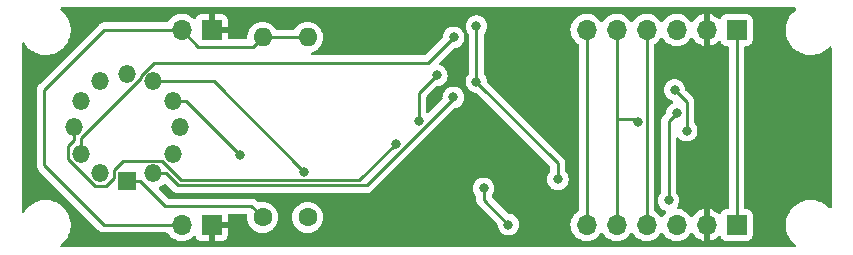
<source format=gbr>
G04 #@! TF.GenerationSoftware,KiCad,Pcbnew,6.0.4*
G04 #@! TF.CreationDate,2022-05-06T17:46:11+10:00*
G04 #@! TF.ProjectId,modularnixie,6d6f6475-6c61-4726-9e69-7869652e6b69,rev?*
G04 #@! TF.SameCoordinates,Original*
G04 #@! TF.FileFunction,Copper,L2,Bot*
G04 #@! TF.FilePolarity,Positive*
%FSLAX46Y46*%
G04 Gerber Fmt 4.6, Leading zero omitted, Abs format (unit mm)*
G04 Created by KiCad (PCBNEW 6.0.4) date 2022-05-06 17:46:11*
%MOMM*%
%LPD*%
G01*
G04 APERTURE LIST*
G04 #@! TA.AperFunction,ComponentPad*
%ADD10C,1.600000*%
G04 #@! TD*
G04 #@! TA.AperFunction,ComponentPad*
%ADD11O,1.600000X1.600000*%
G04 #@! TD*
G04 #@! TA.AperFunction,ComponentPad*
%ADD12R,1.700000X1.700000*%
G04 #@! TD*
G04 #@! TA.AperFunction,ComponentPad*
%ADD13O,1.700000X1.700000*%
G04 #@! TD*
G04 #@! TA.AperFunction,ComponentPad*
%ADD14R,1.500000X1.500000*%
G04 #@! TD*
G04 #@! TA.AperFunction,ComponentPad*
%ADD15O,1.500000X1.500000*%
G04 #@! TD*
G04 #@! TA.AperFunction,ViaPad*
%ADD16C,0.800000*%
G04 #@! TD*
G04 #@! TA.AperFunction,Conductor*
%ADD17C,0.250000*%
G04 #@! TD*
G04 APERTURE END LIST*
D10*
G04 #@! TO.P,R30,1*
G04 #@! TO.N,Net-(R30-Pad1)*
X91513400Y-71120000D03*
D11*
G04 #@! TO.P,R30,2*
G04 #@! TO.N,/HV*
X91513400Y-55880000D03*
G04 #@! TD*
D12*
G04 #@! TO.P,J1,1,Pin_1*
G04 #@! TO.N,VCC*
X127827200Y-55245000D03*
D13*
G04 #@! TO.P,J1,2,Pin_2*
G04 #@! TO.N,GND*
X125287200Y-55245000D03*
G04 #@! TO.P,J1,3,Pin_3*
G04 #@! TO.N,Net-(J1-Pad3)*
X122747200Y-55245000D03*
G04 #@! TO.P,J1,4,Pin_4*
G04 #@! TO.N,Net-(J1-Pad4)*
X120207200Y-55245000D03*
G04 #@! TO.P,J1,5,Pin_5*
G04 #@! TO.N,Net-(J1-Pad5)*
X117667200Y-55245000D03*
G04 #@! TO.P,J1,6,Pin_6*
G04 #@! TO.N,Net-(J1-Pad6)*
X115127200Y-55245000D03*
G04 #@! TD*
D12*
G04 #@! TO.P,J2,1,Pin_1*
G04 #@! TO.N,VCC*
X127827200Y-71755000D03*
D13*
G04 #@! TO.P,J2,2,Pin_2*
G04 #@! TO.N,GND*
X125287200Y-71755000D03*
G04 #@! TO.P,J2,3,Pin_3*
G04 #@! TO.N,Net-(J2-Pad3)*
X122747200Y-71755000D03*
G04 #@! TO.P,J2,4,Pin_4*
G04 #@! TO.N,Net-(J1-Pad4)*
X120207200Y-71755000D03*
G04 #@! TO.P,J2,5,Pin_5*
G04 #@! TO.N,Net-(J1-Pad5)*
X117667200Y-71755000D03*
G04 #@! TO.P,J2,6,Pin_6*
G04 #@! TO.N,Net-(J1-Pad6)*
X115127200Y-71755000D03*
G04 #@! TD*
D14*
G04 #@! TO.P,V1,1,A*
G04 #@! TO.N,Net-(R30-Pad1)*
X76213400Y-68000000D03*
D15*
G04 #@! TO.P,V1,2,K9*
G04 #@! TO.N,/K9*
X78463399Y-67397114D03*
G04 #@! TO.P,V1,3,K1*
G04 #@! TO.N,/K1*
X80110514Y-65749999D03*
G04 #@! TO.P,V1,4,K0*
G04 #@! TO.N,/K0*
X80713400Y-63500000D03*
G04 #@! TO.P,V1,5,K2*
G04 #@! TO.N,/K2*
X80110514Y-61250000D03*
G04 #@! TO.P,V1,6,K3*
G04 #@! TO.N,/K3*
X78463400Y-59602886D03*
G04 #@! TO.P,V1,7,K4*
G04 #@! TO.N,/K4*
X76213400Y-59000000D03*
G04 #@! TO.P,V1,8,K5*
G04 #@! TO.N,/K5*
X73963400Y-59602886D03*
G04 #@! TO.P,V1,9,K7*
G04 #@! TO.N,/K7*
X72316286Y-61250000D03*
G04 #@! TO.P,V1,10,K6*
G04 #@! TO.N,/K6*
X71713400Y-63500000D03*
G04 #@! TO.P,V1,11,K8*
G04 #@! TO.N,/K8*
X72316286Y-65749999D03*
G04 #@! TO.P,V1,12,KDP*
G04 #@! TO.N,/KDP*
X73963401Y-67397114D03*
G04 #@! TD*
D12*
G04 #@! TO.P,J4,1,Pin_1*
G04 #@! TO.N,GND*
X83377200Y-55245000D03*
D13*
G04 #@! TO.P,J4,2,Pin_2*
G04 #@! TO.N,/HV*
X80837200Y-55245000D03*
G04 #@! TD*
D12*
G04 #@! TO.P,J3,1,Pin_1*
G04 #@! TO.N,GND*
X83377200Y-71755000D03*
D13*
G04 #@! TO.P,J3,2,Pin_2*
G04 #@! TO.N,/HV*
X80837200Y-71755000D03*
G04 #@! TD*
D10*
G04 #@! TO.P,R31,1*
G04 #@! TO.N,Net-(R30-Pad1)*
X87703400Y-71120000D03*
D11*
G04 #@! TO.P,R31,2*
G04 #@! TO.N,/HV*
X87703400Y-55880000D03*
G04 #@! TD*
D16*
G04 #@! TO.N,Net-(Q4-Pad1)*
X106414000Y-68665400D03*
X108519100Y-71725900D03*
G04 #@! TO.N,Net-(R13-Pad2)*
X122076800Y-69662900D03*
X122777200Y-62279500D03*
G04 #@! TO.N,Net-(R1-Pad2)*
X122586300Y-60325000D03*
X123610200Y-63761200D03*
G04 #@! TO.N,/K9*
X103847900Y-60960000D03*
G04 #@! TO.N,/K8*
X103879900Y-55880000D03*
G04 #@! TO.N,/K6*
X98956700Y-64886900D03*
G04 #@! TO.N,/K3*
X91207000Y-67231500D03*
G04 #@! TO.N,/K2*
X85792200Y-65856400D03*
G04 #@! TO.N,Net-(Q18-Pad2)*
X105794900Y-59635800D03*
X112701200Y-67889900D03*
X105804500Y-54930000D03*
G04 #@! TO.N,Net-(Q14-Pad2)*
X100933500Y-62949400D03*
X102448000Y-59087700D03*
G04 #@! TO.N,Net-(J1-Pad5)*
X119460500Y-63007600D03*
G04 #@! TD*
D17*
G04 #@! TO.N,Net-(Q4-Pad1)*
X106414000Y-69620800D02*
X108519100Y-71725900D01*
X106414000Y-68665400D02*
X106414000Y-69620800D01*
G04 #@! TO.N,Net-(R30-Pad1)*
X76213400Y-68000000D02*
X77288700Y-68000000D01*
X86741600Y-70158200D02*
X87703400Y-71120000D01*
X79446900Y-70158200D02*
X86741600Y-70158200D01*
X77288700Y-68000000D02*
X79446900Y-70158200D01*
G04 #@! TO.N,Net-(R13-Pad2)*
X122076800Y-62979900D02*
X122777200Y-62279500D01*
X122076800Y-69662900D02*
X122076800Y-62979900D01*
G04 #@! TO.N,Net-(R1-Pad2)*
X123610200Y-61348900D02*
X122586300Y-60325000D01*
X123610200Y-63761200D02*
X123610200Y-61348900D01*
G04 #@! TO.N,/K9*
X103847900Y-61080700D02*
X103847900Y-60960000D01*
X96518300Y-68410300D02*
X103847900Y-61080700D01*
X80551900Y-68410300D02*
X96518300Y-68410300D01*
X79538700Y-67397100D02*
X80551900Y-68410300D01*
X78463400Y-67397100D02*
X79538700Y-67397100D01*
G04 #@! TO.N,/K8*
X101747400Y-58012500D02*
X103879900Y-55880000D01*
X78515300Y-58012500D02*
X101747400Y-58012500D01*
X77388000Y-59139800D02*
X78515300Y-58012500D01*
X77388000Y-59346300D02*
X77388000Y-59139800D01*
X72316300Y-64418000D02*
X77388000Y-59346300D01*
X72316300Y-65750000D02*
X72316300Y-64418000D01*
G04 #@! TO.N,/K6*
X71713400Y-63500000D02*
X71713400Y-64575300D01*
X71232900Y-65055800D02*
X71713400Y-64575300D01*
X71232900Y-66187400D02*
X71232900Y-65055800D01*
X73526000Y-68480500D02*
X71232900Y-66187400D01*
X74404600Y-68480500D02*
X73526000Y-68480500D01*
X75138000Y-67747100D02*
X74404600Y-68480500D01*
X75138000Y-67100300D02*
X75138000Y-67747100D01*
X75916600Y-66321700D02*
X75138000Y-67100300D01*
X79161300Y-66321700D02*
X75916600Y-66321700D01*
X80796600Y-67957000D02*
X79161300Y-66321700D01*
X95886600Y-67957000D02*
X80796600Y-67957000D01*
X98956700Y-64886900D02*
X95886600Y-67957000D01*
G04 #@! TO.N,/K3*
X83578400Y-59602900D02*
X78463400Y-59602900D01*
X91207000Y-67231500D02*
X83578400Y-59602900D01*
G04 #@! TO.N,/K2*
X80110500Y-61250000D02*
X81185800Y-61250000D01*
X81185800Y-61250000D02*
X85792200Y-65856400D01*
G04 #@! TO.N,Net-(Q18-Pad2)*
X112701200Y-66542100D02*
X112701200Y-67889900D01*
X105794900Y-59635800D02*
X112701200Y-66542100D01*
X105794900Y-54939600D02*
X105804500Y-54930000D01*
X105794900Y-59635800D02*
X105794900Y-54939600D01*
G04 #@! TO.N,Net-(Q14-Pad2)*
X100933500Y-60602200D02*
X100933500Y-62949400D01*
X102448000Y-59087700D02*
X100933500Y-60602200D01*
G04 #@! TO.N,/HV*
X86903400Y-56680000D02*
X87703400Y-55880000D01*
X82272200Y-56680000D02*
X86903400Y-56680000D01*
X80837200Y-55245000D02*
X82272200Y-56680000D01*
X91513400Y-55880000D02*
X87703400Y-55880000D01*
X74295000Y-71755000D02*
X80837200Y-71755000D01*
X69215000Y-66675000D02*
X74295000Y-71755000D01*
X69215000Y-60325000D02*
X69215000Y-66675000D01*
X74295000Y-55245000D02*
X69215000Y-60325000D01*
X80837200Y-55245000D02*
X74295000Y-55245000D01*
G04 #@! TO.N,Net-(J1-Pad5)*
X117667000Y-55245000D02*
X117667000Y-58340600D01*
X117667200Y-58340400D02*
X117667200Y-55245000D01*
X117667000Y-58340600D02*
X117667200Y-58340400D01*
X117667000Y-58340600D02*
X117667000Y-62790500D01*
X117667000Y-62790500D02*
X117667000Y-67272700D01*
X117667000Y-67272700D02*
X117667000Y-71755000D01*
X117667200Y-67272900D02*
X117667200Y-71755000D01*
X117667000Y-67272700D02*
X117667200Y-67272900D01*
X119243400Y-62790500D02*
X119460500Y-63007600D01*
X117667000Y-62790500D02*
X119243400Y-62790500D01*
G04 #@! TO.N,Net-(J1-Pad4)*
X120207000Y-71017900D02*
X120207000Y-71755000D01*
X120207200Y-71018100D02*
X120207200Y-71755000D01*
X120207000Y-71017900D02*
X120207200Y-71018100D01*
X120207000Y-55245000D02*
X120207000Y-58837500D01*
X120207000Y-58837500D02*
X120207000Y-71017900D01*
X120207200Y-58837300D02*
X120207200Y-55245000D01*
X120207000Y-58837500D02*
X120207200Y-58837300D01*
G04 #@! TO.N,Net-(J1-Pad6)*
X115127000Y-55245000D02*
X115127000Y-59372500D01*
X115127200Y-59372300D02*
X115127200Y-55245000D01*
X115127000Y-59372500D02*
X115127200Y-59372300D01*
X115127000Y-59372500D02*
X115127000Y-70397500D01*
X115127000Y-70397500D02*
X115127000Y-71755000D01*
X115127200Y-70397700D02*
X115127200Y-71755000D01*
X115127000Y-70397500D02*
X115127200Y-70397700D01*
G04 #@! TO.N,GND*
X125287000Y-68008100D02*
X125287000Y-71755000D01*
X125287200Y-68008300D02*
X125287200Y-71755000D01*
X125287000Y-68008100D02*
X125287200Y-68008300D01*
X125287000Y-55245000D02*
X125287000Y-58976200D01*
X125287000Y-58976200D02*
X125287000Y-68008100D01*
X125287200Y-58976000D02*
X125287200Y-55245000D01*
X125287000Y-58976200D02*
X125287200Y-58976000D01*
G04 #@! TO.N,VCC*
X127827000Y-55245000D02*
X127827000Y-59372500D01*
X127827200Y-59372300D02*
X127827200Y-55245000D01*
X127827000Y-59372500D02*
X127827200Y-59372300D01*
X127827000Y-59372500D02*
X127827000Y-69466300D01*
X127827000Y-69466300D02*
X127827000Y-71755000D01*
X127827200Y-69466500D02*
X127827200Y-71755000D01*
X127827000Y-69466300D02*
X127827200Y-69466500D01*
G04 #@! TD*
G04 #@! TA.AperFunction,Conductor*
G04 #@! TO.N,GND*
G36*
X132830473Y-53360002D02*
G01*
X132876966Y-53413658D01*
X132887070Y-53483932D01*
X132857576Y-53548512D01*
X132834802Y-53569087D01*
X132790689Y-53600090D01*
X132790682Y-53600095D01*
X132787177Y-53602559D01*
X132576578Y-53798260D01*
X132394487Y-54020732D01*
X132244273Y-54265858D01*
X132242547Y-54269791D01*
X132242546Y-54269792D01*
X132191035Y-54387138D01*
X132128717Y-54529102D01*
X132127542Y-54533229D01*
X132127541Y-54533230D01*
X132102042Y-54622745D01*
X132049956Y-54805594D01*
X132009449Y-55090216D01*
X132009427Y-55094505D01*
X132009426Y-55094512D01*
X132007965Y-55373417D01*
X132007943Y-55377703D01*
X132045468Y-55662734D01*
X132121329Y-55940036D01*
X132123013Y-55943984D01*
X132222747Y-56177805D01*
X132234123Y-56204476D01*
X132262300Y-56251556D01*
X132361435Y-56417198D01*
X132381761Y-56451161D01*
X132561513Y-56675528D01*
X132640165Y-56750166D01*
X132719451Y-56825405D01*
X132770051Y-56873423D01*
X132792987Y-56889904D01*
X132973824Y-57019849D01*
X133003517Y-57041186D01*
X133007312Y-57043195D01*
X133007313Y-57043196D01*
X133029069Y-57054715D01*
X133257592Y-57175712D01*
X133392582Y-57225111D01*
X133504365Y-57266018D01*
X133527573Y-57274511D01*
X133808464Y-57335755D01*
X133837041Y-57338004D01*
X134031482Y-57353307D01*
X134031491Y-57353307D01*
X134033939Y-57353500D01*
X134189471Y-57353500D01*
X134191607Y-57353354D01*
X134191618Y-57353354D01*
X134399748Y-57339165D01*
X134399754Y-57339164D01*
X134404025Y-57338873D01*
X134408220Y-57338004D01*
X134408222Y-57338004D01*
X134586782Y-57301026D01*
X134685542Y-57280574D01*
X134956543Y-57184607D01*
X135212012Y-57052750D01*
X135215513Y-57050289D01*
X135215517Y-57050287D01*
X135329617Y-56970096D01*
X135447223Y-56887441D01*
X135553696Y-56788500D01*
X135654679Y-56694661D01*
X135654682Y-56694658D01*
X135657822Y-56691740D01*
X135666496Y-56681143D01*
X135725118Y-56641097D01*
X135796087Y-56639102D01*
X135856868Y-56675792D01*
X135888164Y-56739519D01*
X135890000Y-56760948D01*
X135890000Y-70237838D01*
X135869998Y-70305959D01*
X135816342Y-70352452D01*
X135746068Y-70362556D01*
X135681488Y-70333062D01*
X135673750Y-70325550D01*
X135672887Y-70324472D01*
X135464349Y-70126577D01*
X135263813Y-69982477D01*
X135234372Y-69961321D01*
X135234371Y-69961320D01*
X135230883Y-69958814D01*
X135209043Y-69947250D01*
X135159552Y-69921046D01*
X134976808Y-69824288D01*
X134841817Y-69774888D01*
X134710858Y-69726964D01*
X134710856Y-69726963D01*
X134706827Y-69725489D01*
X134425936Y-69664245D01*
X134394885Y-69661801D01*
X134202918Y-69646693D01*
X134202909Y-69646693D01*
X134200461Y-69646500D01*
X134044929Y-69646500D01*
X134042793Y-69646646D01*
X134042782Y-69646646D01*
X133834652Y-69660835D01*
X133834646Y-69660836D01*
X133830375Y-69661127D01*
X133826180Y-69661996D01*
X133826178Y-69661996D01*
X133715728Y-69684869D01*
X133548858Y-69719426D01*
X133277857Y-69815393D01*
X133022388Y-69947250D01*
X133018887Y-69949711D01*
X133018883Y-69949713D01*
X132922044Y-70017773D01*
X132787177Y-70112559D01*
X132772092Y-70126577D01*
X132611617Y-70275700D01*
X132576578Y-70308260D01*
X132394487Y-70530732D01*
X132337809Y-70623222D01*
X132247017Y-70771381D01*
X132244273Y-70775858D01*
X132242547Y-70779791D01*
X132242546Y-70779792D01*
X132191035Y-70897138D01*
X132128717Y-71039102D01*
X132127542Y-71043229D01*
X132127541Y-71043230D01*
X132124898Y-71052509D01*
X132049956Y-71315594D01*
X132009449Y-71600216D01*
X132009427Y-71604505D01*
X132009426Y-71604512D01*
X132008289Y-71821590D01*
X132007943Y-71887703D01*
X132008502Y-71891947D01*
X132008502Y-71891951D01*
X132010850Y-71909784D01*
X132045468Y-72172734D01*
X132046601Y-72176874D01*
X132046601Y-72176876D01*
X132055658Y-72209984D01*
X132121329Y-72450036D01*
X132123013Y-72453984D01*
X132222747Y-72687805D01*
X132234123Y-72714476D01*
X132381761Y-72961161D01*
X132561513Y-73185528D01*
X132770051Y-73383423D01*
X132837207Y-73431680D01*
X132880853Y-73487672D01*
X132887299Y-73558375D01*
X132854496Y-73621340D01*
X132792860Y-73656574D01*
X132763679Y-73660000D01*
X70702048Y-73660000D01*
X70633927Y-73639998D01*
X70587434Y-73586342D01*
X70577330Y-73516068D01*
X70606824Y-73451488D01*
X70629598Y-73430913D01*
X70673711Y-73399910D01*
X70673718Y-73399905D01*
X70677223Y-73397441D01*
X70755603Y-73324606D01*
X70884679Y-73204661D01*
X70884681Y-73204658D01*
X70887822Y-73201740D01*
X71069913Y-72979268D01*
X71220127Y-72734142D01*
X71224127Y-72725031D01*
X71333957Y-72474830D01*
X71335683Y-72470898D01*
X71359717Y-72386528D01*
X71413268Y-72198534D01*
X71414444Y-72194406D01*
X71454951Y-71909784D01*
X71455045Y-71891951D01*
X71456435Y-71626583D01*
X71456435Y-71626576D01*
X71456457Y-71622297D01*
X71418932Y-71337266D01*
X71343071Y-71059964D01*
X71312676Y-70988705D01*
X71231963Y-70799476D01*
X71231961Y-70799472D01*
X71230277Y-70795524D01*
X71126904Y-70622800D01*
X71084843Y-70552521D01*
X71084840Y-70552517D01*
X71082639Y-70548839D01*
X70902887Y-70324472D01*
X70694349Y-70126577D01*
X70493813Y-69982477D01*
X70464372Y-69961321D01*
X70464371Y-69961320D01*
X70460883Y-69958814D01*
X70439043Y-69947250D01*
X70389552Y-69921046D01*
X70206808Y-69824288D01*
X70071817Y-69774888D01*
X69940858Y-69726964D01*
X69940856Y-69726963D01*
X69936827Y-69725489D01*
X69655936Y-69664245D01*
X69624885Y-69661801D01*
X69432918Y-69646693D01*
X69432909Y-69646693D01*
X69430461Y-69646500D01*
X69274929Y-69646500D01*
X69272793Y-69646646D01*
X69272782Y-69646646D01*
X69064652Y-69660835D01*
X69064646Y-69660836D01*
X69060375Y-69661127D01*
X69056180Y-69661996D01*
X69056178Y-69661996D01*
X68945728Y-69684869D01*
X68778858Y-69719426D01*
X68507857Y-69815393D01*
X68252388Y-69947250D01*
X68248887Y-69949711D01*
X68248883Y-69949713D01*
X68152044Y-70017773D01*
X68017177Y-70112559D01*
X68002092Y-70126577D01*
X67841617Y-70275700D01*
X67806578Y-70308260D01*
X67624487Y-70530732D01*
X67588957Y-70588711D01*
X67549133Y-70653698D01*
X67496485Y-70701329D01*
X67426443Y-70712936D01*
X67361246Y-70684833D01*
X67321592Y-70625942D01*
X67315700Y-70587863D01*
X67315700Y-60304943D01*
X68576780Y-60304943D01*
X68577526Y-60312835D01*
X68580941Y-60348961D01*
X68581500Y-60360819D01*
X68581500Y-66596233D01*
X68580973Y-66607416D01*
X68579298Y-66614909D01*
X68579547Y-66622835D01*
X68579547Y-66622836D01*
X68581438Y-66682986D01*
X68581500Y-66686945D01*
X68581500Y-66714856D01*
X68581997Y-66718790D01*
X68581997Y-66718791D01*
X68582005Y-66718856D01*
X68582938Y-66730693D01*
X68584327Y-66774889D01*
X68589978Y-66794339D01*
X68593987Y-66813700D01*
X68596526Y-66833797D01*
X68599445Y-66841168D01*
X68599445Y-66841170D01*
X68612804Y-66874912D01*
X68616649Y-66886142D01*
X68628982Y-66928593D01*
X68633015Y-66935412D01*
X68633017Y-66935417D01*
X68639293Y-66946028D01*
X68647988Y-66963776D01*
X68655448Y-66982617D01*
X68660110Y-66989033D01*
X68660110Y-66989034D01*
X68681436Y-67018387D01*
X68687952Y-67028307D01*
X68710458Y-67066362D01*
X68724779Y-67080683D01*
X68737619Y-67095716D01*
X68749528Y-67112107D01*
X68755634Y-67117158D01*
X68783605Y-67140298D01*
X68792384Y-67148288D01*
X73791348Y-72147253D01*
X73798888Y-72155539D01*
X73803000Y-72162018D01*
X73808777Y-72167443D01*
X73852651Y-72208643D01*
X73855493Y-72211398D01*
X73875230Y-72231135D01*
X73878427Y-72233615D01*
X73887447Y-72241318D01*
X73919679Y-72271586D01*
X73926625Y-72275405D01*
X73926628Y-72275407D01*
X73937434Y-72281348D01*
X73953953Y-72292199D01*
X73969959Y-72304614D01*
X73977228Y-72307759D01*
X73977232Y-72307762D01*
X74010537Y-72322174D01*
X74021187Y-72327391D01*
X74059940Y-72348695D01*
X74067615Y-72350666D01*
X74067616Y-72350666D01*
X74079562Y-72353733D01*
X74098267Y-72360137D01*
X74116855Y-72368181D01*
X74124678Y-72369420D01*
X74124688Y-72369423D01*
X74160524Y-72375099D01*
X74172144Y-72377505D01*
X74207289Y-72386528D01*
X74214970Y-72388500D01*
X74235224Y-72388500D01*
X74254934Y-72390051D01*
X74274943Y-72393220D01*
X74282835Y-72392474D01*
X74318961Y-72389059D01*
X74330819Y-72388500D01*
X79561474Y-72388500D01*
X79629595Y-72408502D01*
X79668907Y-72448665D01*
X79674062Y-72457077D01*
X79737187Y-72560088D01*
X79883450Y-72728938D01*
X80055326Y-72871632D01*
X80248200Y-72984338D01*
X80456892Y-73064030D01*
X80461960Y-73065061D01*
X80461963Y-73065062D01*
X80557062Y-73084410D01*
X80675797Y-73108567D01*
X80680972Y-73108757D01*
X80680974Y-73108757D01*
X80893873Y-73116564D01*
X80893877Y-73116564D01*
X80899037Y-73116753D01*
X80904157Y-73116097D01*
X80904159Y-73116097D01*
X81115488Y-73089025D01*
X81115489Y-73089025D01*
X81120616Y-73088368D01*
X81125566Y-73086883D01*
X81329629Y-73025661D01*
X81329634Y-73025659D01*
X81334584Y-73024174D01*
X81535194Y-72925896D01*
X81717060Y-72796173D01*
X81775639Y-72737799D01*
X81825679Y-72687933D01*
X81888051Y-72654017D01*
X81958858Y-72659205D01*
X82015619Y-72701851D01*
X82032601Y-72732954D01*
X82073876Y-72843054D01*
X82082414Y-72858649D01*
X82158915Y-72960724D01*
X82171476Y-72973285D01*
X82273551Y-73049786D01*
X82289146Y-73058324D01*
X82409594Y-73103478D01*
X82424849Y-73107105D01*
X82475714Y-73112631D01*
X82482528Y-73113000D01*
X83105085Y-73113000D01*
X83120324Y-73108525D01*
X83121529Y-73107135D01*
X83123200Y-73099452D01*
X83123200Y-73094884D01*
X83631200Y-73094884D01*
X83635675Y-73110123D01*
X83637065Y-73111328D01*
X83644748Y-73112999D01*
X84271869Y-73112999D01*
X84278690Y-73112629D01*
X84329552Y-73107105D01*
X84344804Y-73103479D01*
X84465254Y-73058324D01*
X84480849Y-73049786D01*
X84582924Y-72973285D01*
X84595485Y-72960724D01*
X84671986Y-72858649D01*
X84680524Y-72843054D01*
X84725678Y-72722606D01*
X84729305Y-72707351D01*
X84734831Y-72656486D01*
X84735200Y-72649672D01*
X84735200Y-72027115D01*
X84730725Y-72011876D01*
X84729335Y-72010671D01*
X84721652Y-72009000D01*
X83649315Y-72009000D01*
X83634076Y-72013475D01*
X83632871Y-72014865D01*
X83631200Y-72022548D01*
X83631200Y-73094884D01*
X83123200Y-73094884D01*
X83123200Y-71627000D01*
X83143202Y-71558879D01*
X83196858Y-71512386D01*
X83249200Y-71501000D01*
X84717084Y-71501000D01*
X84732323Y-71496525D01*
X84733528Y-71495135D01*
X84735199Y-71487452D01*
X84735199Y-70917700D01*
X84755201Y-70849579D01*
X84808857Y-70803086D01*
X84861199Y-70791700D01*
X86281119Y-70791700D01*
X86349240Y-70811702D01*
X86395733Y-70865358D01*
X86406640Y-70928682D01*
X86389902Y-71120000D01*
X86409857Y-71348087D01*
X86411281Y-71353400D01*
X86411281Y-71353402D01*
X86461960Y-71542535D01*
X86469116Y-71569243D01*
X86471439Y-71574224D01*
X86471439Y-71574225D01*
X86563551Y-71771762D01*
X86563554Y-71771767D01*
X86565877Y-71776749D01*
X86569034Y-71781257D01*
X86679870Y-71939547D01*
X86697202Y-71964300D01*
X86859100Y-72126198D01*
X86863608Y-72129355D01*
X86863611Y-72129357D01*
X86898088Y-72153498D01*
X87046651Y-72257523D01*
X87051633Y-72259846D01*
X87051638Y-72259849D01*
X87242171Y-72348695D01*
X87254157Y-72354284D01*
X87259465Y-72355706D01*
X87259467Y-72355707D01*
X87469998Y-72412119D01*
X87470000Y-72412119D01*
X87475313Y-72413543D01*
X87703400Y-72433498D01*
X87931487Y-72413543D01*
X87936800Y-72412119D01*
X87936802Y-72412119D01*
X88147333Y-72355707D01*
X88147335Y-72355706D01*
X88152643Y-72354284D01*
X88164629Y-72348695D01*
X88355162Y-72259849D01*
X88355167Y-72259846D01*
X88360149Y-72257523D01*
X88508712Y-72153498D01*
X88543189Y-72129357D01*
X88543192Y-72129355D01*
X88547700Y-72126198D01*
X88709598Y-71964300D01*
X88726931Y-71939547D01*
X88837766Y-71781257D01*
X88840923Y-71776749D01*
X88843246Y-71771767D01*
X88843249Y-71771762D01*
X88935361Y-71574225D01*
X88935361Y-71574224D01*
X88937684Y-71569243D01*
X88944841Y-71542535D01*
X88995519Y-71353402D01*
X88995519Y-71353400D01*
X88996943Y-71348087D01*
X89016898Y-71120000D01*
X90199902Y-71120000D01*
X90219857Y-71348087D01*
X90221281Y-71353400D01*
X90221281Y-71353402D01*
X90271960Y-71542535D01*
X90279116Y-71569243D01*
X90281439Y-71574224D01*
X90281439Y-71574225D01*
X90373551Y-71771762D01*
X90373554Y-71771767D01*
X90375877Y-71776749D01*
X90379034Y-71781257D01*
X90489870Y-71939547D01*
X90507202Y-71964300D01*
X90669100Y-72126198D01*
X90673608Y-72129355D01*
X90673611Y-72129357D01*
X90708088Y-72153498D01*
X90856651Y-72257523D01*
X90861633Y-72259846D01*
X90861638Y-72259849D01*
X91052171Y-72348695D01*
X91064157Y-72354284D01*
X91069465Y-72355706D01*
X91069467Y-72355707D01*
X91279998Y-72412119D01*
X91280000Y-72412119D01*
X91285313Y-72413543D01*
X91513400Y-72433498D01*
X91741487Y-72413543D01*
X91746800Y-72412119D01*
X91746802Y-72412119D01*
X91957333Y-72355707D01*
X91957335Y-72355706D01*
X91962643Y-72354284D01*
X91974629Y-72348695D01*
X92165162Y-72259849D01*
X92165167Y-72259846D01*
X92170149Y-72257523D01*
X92318712Y-72153498D01*
X92353189Y-72129357D01*
X92353192Y-72129355D01*
X92357700Y-72126198D01*
X92519598Y-71964300D01*
X92536931Y-71939547D01*
X92647766Y-71781257D01*
X92650923Y-71776749D01*
X92653246Y-71771767D01*
X92653249Y-71771762D01*
X92745361Y-71574225D01*
X92745361Y-71574224D01*
X92747684Y-71569243D01*
X92754841Y-71542535D01*
X92805519Y-71353402D01*
X92805519Y-71353400D01*
X92806943Y-71348087D01*
X92826898Y-71120000D01*
X92806943Y-70891913D01*
X92798097Y-70858898D01*
X92749107Y-70676067D01*
X92749106Y-70676065D01*
X92747684Y-70670757D01*
X92731837Y-70636772D01*
X92653249Y-70468238D01*
X92653246Y-70468233D01*
X92650923Y-70463251D01*
X92574891Y-70354666D01*
X92522757Y-70280211D01*
X92522755Y-70280208D01*
X92519598Y-70275700D01*
X92357700Y-70113802D01*
X92353192Y-70110645D01*
X92353189Y-70110643D01*
X92268715Y-70051494D01*
X92170149Y-69982477D01*
X92165167Y-69980154D01*
X92165162Y-69980151D01*
X91967625Y-69888039D01*
X91967624Y-69888039D01*
X91962643Y-69885716D01*
X91957335Y-69884294D01*
X91957333Y-69884293D01*
X91746802Y-69827881D01*
X91746800Y-69827881D01*
X91741487Y-69826457D01*
X91513400Y-69806502D01*
X91285313Y-69826457D01*
X91280000Y-69827881D01*
X91279998Y-69827881D01*
X91069467Y-69884293D01*
X91069465Y-69884294D01*
X91064157Y-69885716D01*
X91059176Y-69888039D01*
X91059175Y-69888039D01*
X90861638Y-69980151D01*
X90861633Y-69980154D01*
X90856651Y-69982477D01*
X90758085Y-70051494D01*
X90673611Y-70110643D01*
X90673608Y-70110645D01*
X90669100Y-70113802D01*
X90507202Y-70275700D01*
X90504045Y-70280208D01*
X90504043Y-70280211D01*
X90451909Y-70354666D01*
X90375877Y-70463251D01*
X90373554Y-70468233D01*
X90373551Y-70468238D01*
X90294963Y-70636772D01*
X90279116Y-70670757D01*
X90277694Y-70676065D01*
X90277693Y-70676067D01*
X90228703Y-70858898D01*
X90219857Y-70891913D01*
X90199902Y-71120000D01*
X89016898Y-71120000D01*
X88996943Y-70891913D01*
X88988097Y-70858898D01*
X88939107Y-70676067D01*
X88939106Y-70676065D01*
X88937684Y-70670757D01*
X88921837Y-70636772D01*
X88843249Y-70468238D01*
X88843246Y-70468233D01*
X88840923Y-70463251D01*
X88764891Y-70354666D01*
X88712757Y-70280211D01*
X88712755Y-70280208D01*
X88709598Y-70275700D01*
X88547700Y-70113802D01*
X88543192Y-70110645D01*
X88543189Y-70110643D01*
X88458715Y-70051494D01*
X88360149Y-69982477D01*
X88355167Y-69980154D01*
X88355162Y-69980151D01*
X88157625Y-69888039D01*
X88157624Y-69888039D01*
X88152643Y-69885716D01*
X88147335Y-69884294D01*
X88147333Y-69884293D01*
X87936802Y-69827881D01*
X87936800Y-69827881D01*
X87931487Y-69826457D01*
X87703400Y-69806502D01*
X87475313Y-69826457D01*
X87470000Y-69827881D01*
X87469998Y-69827881D01*
X87411859Y-69843459D01*
X87340882Y-69841769D01*
X87290153Y-69810847D01*
X87245248Y-69765942D01*
X87237713Y-69757662D01*
X87233600Y-69751182D01*
X87183948Y-69704556D01*
X87181107Y-69701802D01*
X87161370Y-69682065D01*
X87158173Y-69679585D01*
X87149151Y-69671880D01*
X87116921Y-69641614D01*
X87109975Y-69637795D01*
X87109972Y-69637793D01*
X87099166Y-69631852D01*
X87082647Y-69621001D01*
X87082183Y-69620641D01*
X87066641Y-69608586D01*
X87059372Y-69605441D01*
X87059368Y-69605438D01*
X87026063Y-69591026D01*
X87015413Y-69585809D01*
X86976660Y-69564505D01*
X86957037Y-69559467D01*
X86938334Y-69553063D01*
X86927020Y-69548167D01*
X86927019Y-69548167D01*
X86919745Y-69545019D01*
X86911922Y-69543780D01*
X86911912Y-69543777D01*
X86876076Y-69538101D01*
X86864456Y-69535695D01*
X86829311Y-69526672D01*
X86829310Y-69526672D01*
X86821630Y-69524700D01*
X86801376Y-69524700D01*
X86781665Y-69523149D01*
X86769486Y-69521220D01*
X86761657Y-69519980D01*
X86753765Y-69520726D01*
X86717639Y-69524141D01*
X86705781Y-69524700D01*
X79761494Y-69524700D01*
X79693373Y-69504698D01*
X79672399Y-69487795D01*
X78936352Y-68751748D01*
X78902326Y-68689436D01*
X78907391Y-68618621D01*
X78949938Y-68561785D01*
X78972198Y-68548458D01*
X79090062Y-68493498D01*
X79090068Y-68493494D01*
X79095053Y-68491170D01*
X79275437Y-68364863D01*
X79353903Y-68286397D01*
X79416215Y-68252371D01*
X79487030Y-68257436D01*
X79532093Y-68286397D01*
X80048243Y-68802547D01*
X80055787Y-68810837D01*
X80059900Y-68817318D01*
X80065677Y-68822743D01*
X80109567Y-68863958D01*
X80112409Y-68866713D01*
X80132130Y-68886434D01*
X80135325Y-68888912D01*
X80144347Y-68896618D01*
X80176579Y-68926886D01*
X80183528Y-68930706D01*
X80194332Y-68936646D01*
X80210856Y-68947499D01*
X80226859Y-68959913D01*
X80267443Y-68977476D01*
X80278073Y-68982683D01*
X80316840Y-69003995D01*
X80324517Y-69005966D01*
X80324522Y-69005968D01*
X80336458Y-69009032D01*
X80355166Y-69015437D01*
X80373755Y-69023481D01*
X80381583Y-69024721D01*
X80381590Y-69024723D01*
X80417424Y-69030399D01*
X80429044Y-69032805D01*
X80460859Y-69040973D01*
X80471870Y-69043800D01*
X80492124Y-69043800D01*
X80511834Y-69045351D01*
X80531843Y-69048520D01*
X80539735Y-69047774D01*
X80558480Y-69046002D01*
X80575862Y-69044359D01*
X80587719Y-69043800D01*
X96439533Y-69043800D01*
X96450716Y-69044327D01*
X96458209Y-69046002D01*
X96466135Y-69045753D01*
X96466136Y-69045753D01*
X96526286Y-69043862D01*
X96530245Y-69043800D01*
X96558156Y-69043800D01*
X96562091Y-69043303D01*
X96562156Y-69043295D01*
X96573993Y-69042362D01*
X96606251Y-69041348D01*
X96610270Y-69041222D01*
X96618189Y-69040973D01*
X96637643Y-69035321D01*
X96657000Y-69031313D01*
X96669230Y-69029768D01*
X96669231Y-69029768D01*
X96677097Y-69028774D01*
X96684468Y-69025855D01*
X96684470Y-69025855D01*
X96718212Y-69012496D01*
X96729442Y-69008651D01*
X96764283Y-68998529D01*
X96764284Y-68998529D01*
X96771893Y-68996318D01*
X96778712Y-68992285D01*
X96778717Y-68992283D01*
X96789328Y-68986007D01*
X96807076Y-68977312D01*
X96825917Y-68969852D01*
X96835686Y-68962755D01*
X96861687Y-68943864D01*
X96871607Y-68937348D01*
X96902835Y-68918880D01*
X96902838Y-68918878D01*
X96909662Y-68914842D01*
X96923983Y-68900521D01*
X96939017Y-68887680D01*
X96940732Y-68886434D01*
X96955407Y-68875772D01*
X96983598Y-68841695D01*
X96991588Y-68832916D01*
X97159104Y-68665400D01*
X105500496Y-68665400D01*
X105501186Y-68671965D01*
X105514911Y-68802547D01*
X105520458Y-68855328D01*
X105579473Y-69036956D01*
X105582776Y-69042678D01*
X105582777Y-69042679D01*
X105594211Y-69062483D01*
X105674960Y-69202344D01*
X105748137Y-69283615D01*
X105778853Y-69347621D01*
X105780500Y-69367924D01*
X105780500Y-69542033D01*
X105779973Y-69553216D01*
X105778298Y-69560709D01*
X105778547Y-69568635D01*
X105778547Y-69568636D01*
X105780438Y-69628786D01*
X105780500Y-69632745D01*
X105780500Y-69660656D01*
X105780997Y-69664590D01*
X105780997Y-69664591D01*
X105781005Y-69664656D01*
X105781938Y-69676493D01*
X105783327Y-69720689D01*
X105788978Y-69740139D01*
X105792987Y-69759500D01*
X105795526Y-69779597D01*
X105798445Y-69786968D01*
X105798445Y-69786970D01*
X105811804Y-69820712D01*
X105815649Y-69831942D01*
X105827982Y-69874393D01*
X105832015Y-69881212D01*
X105832017Y-69881217D01*
X105838293Y-69891828D01*
X105846988Y-69909576D01*
X105854448Y-69928417D01*
X105859110Y-69934833D01*
X105859110Y-69934834D01*
X105880436Y-69964187D01*
X105886952Y-69974107D01*
X105890527Y-69980151D01*
X105909458Y-70012162D01*
X105923779Y-70026483D01*
X105936619Y-70041516D01*
X105948528Y-70057907D01*
X105954634Y-70062958D01*
X105982605Y-70086098D01*
X105991384Y-70094088D01*
X107571978Y-71674683D01*
X107606004Y-71736995D01*
X107608193Y-71750606D01*
X107610416Y-71771762D01*
X107622152Y-71883417D01*
X107625558Y-71915828D01*
X107684573Y-72097456D01*
X107780060Y-72262844D01*
X107784478Y-72267751D01*
X107784479Y-72267752D01*
X107896334Y-72391980D01*
X107907847Y-72404766D01*
X108062348Y-72517018D01*
X108068376Y-72519702D01*
X108068378Y-72519703D01*
X108167849Y-72563990D01*
X108236812Y-72594694D01*
X108330212Y-72614547D01*
X108417156Y-72633028D01*
X108417161Y-72633028D01*
X108423613Y-72634400D01*
X108614587Y-72634400D01*
X108621039Y-72633028D01*
X108621044Y-72633028D01*
X108707988Y-72614547D01*
X108801388Y-72594694D01*
X108870351Y-72563990D01*
X108969822Y-72519703D01*
X108969824Y-72519702D01*
X108975852Y-72517018D01*
X109130353Y-72404766D01*
X109141866Y-72391980D01*
X109253721Y-72267752D01*
X109253722Y-72267751D01*
X109258140Y-72262844D01*
X109353627Y-72097456D01*
X109412642Y-71915828D01*
X109416049Y-71883417D01*
X109431914Y-71732465D01*
X109432604Y-71725900D01*
X109432162Y-71721695D01*
X113764451Y-71721695D01*
X113777310Y-71944715D01*
X113778447Y-71949761D01*
X113778448Y-71949767D01*
X113792806Y-72013475D01*
X113826422Y-72162639D01*
X113882100Y-72299758D01*
X113904017Y-72353733D01*
X113910466Y-72369616D01*
X113949319Y-72433019D01*
X114024491Y-72555688D01*
X114027187Y-72560088D01*
X114173450Y-72728938D01*
X114345326Y-72871632D01*
X114538200Y-72984338D01*
X114746892Y-73064030D01*
X114751960Y-73065061D01*
X114751963Y-73065062D01*
X114847062Y-73084410D01*
X114965797Y-73108567D01*
X114970972Y-73108757D01*
X114970974Y-73108757D01*
X115183873Y-73116564D01*
X115183877Y-73116564D01*
X115189037Y-73116753D01*
X115194157Y-73116097D01*
X115194159Y-73116097D01*
X115405488Y-73089025D01*
X115405489Y-73089025D01*
X115410616Y-73088368D01*
X115415566Y-73086883D01*
X115619629Y-73025661D01*
X115619634Y-73025659D01*
X115624584Y-73024174D01*
X115825194Y-72925896D01*
X116007060Y-72796173D01*
X116165296Y-72638489D01*
X116224794Y-72555689D01*
X116295653Y-72457077D01*
X116296976Y-72458028D01*
X116343845Y-72414857D01*
X116413780Y-72402625D01*
X116479226Y-72430144D01*
X116507075Y-72461994D01*
X116567187Y-72560088D01*
X116713450Y-72728938D01*
X116885326Y-72871632D01*
X117078200Y-72984338D01*
X117286892Y-73064030D01*
X117291960Y-73065061D01*
X117291963Y-73065062D01*
X117387062Y-73084410D01*
X117505797Y-73108567D01*
X117510972Y-73108757D01*
X117510974Y-73108757D01*
X117723873Y-73116564D01*
X117723877Y-73116564D01*
X117729037Y-73116753D01*
X117734157Y-73116097D01*
X117734159Y-73116097D01*
X117945488Y-73089025D01*
X117945489Y-73089025D01*
X117950616Y-73088368D01*
X117955566Y-73086883D01*
X118159629Y-73025661D01*
X118159634Y-73025659D01*
X118164584Y-73024174D01*
X118365194Y-72925896D01*
X118547060Y-72796173D01*
X118705296Y-72638489D01*
X118764794Y-72555689D01*
X118835653Y-72457077D01*
X118836976Y-72458028D01*
X118883845Y-72414857D01*
X118953780Y-72402625D01*
X119019226Y-72430144D01*
X119047075Y-72461994D01*
X119107187Y-72560088D01*
X119253450Y-72728938D01*
X119425326Y-72871632D01*
X119618200Y-72984338D01*
X119826892Y-73064030D01*
X119831960Y-73065061D01*
X119831963Y-73065062D01*
X119927062Y-73084410D01*
X120045797Y-73108567D01*
X120050972Y-73108757D01*
X120050974Y-73108757D01*
X120263873Y-73116564D01*
X120263877Y-73116564D01*
X120269037Y-73116753D01*
X120274157Y-73116097D01*
X120274159Y-73116097D01*
X120485488Y-73089025D01*
X120485489Y-73089025D01*
X120490616Y-73088368D01*
X120495566Y-73086883D01*
X120699629Y-73025661D01*
X120699634Y-73025659D01*
X120704584Y-73024174D01*
X120905194Y-72925896D01*
X121087060Y-72796173D01*
X121245296Y-72638489D01*
X121304794Y-72555689D01*
X121375653Y-72457077D01*
X121376976Y-72458028D01*
X121423845Y-72414857D01*
X121493780Y-72402625D01*
X121559226Y-72430144D01*
X121587075Y-72461994D01*
X121647187Y-72560088D01*
X121793450Y-72728938D01*
X121965326Y-72871632D01*
X122158200Y-72984338D01*
X122366892Y-73064030D01*
X122371960Y-73065061D01*
X122371963Y-73065062D01*
X122467062Y-73084410D01*
X122585797Y-73108567D01*
X122590972Y-73108757D01*
X122590974Y-73108757D01*
X122803873Y-73116564D01*
X122803877Y-73116564D01*
X122809037Y-73116753D01*
X122814157Y-73116097D01*
X122814159Y-73116097D01*
X123025488Y-73089025D01*
X123025489Y-73089025D01*
X123030616Y-73088368D01*
X123035566Y-73086883D01*
X123239629Y-73025661D01*
X123239634Y-73025659D01*
X123244584Y-73024174D01*
X123445194Y-72925896D01*
X123627060Y-72796173D01*
X123785296Y-72638489D01*
X123844794Y-72555689D01*
X123915653Y-72457077D01*
X123916840Y-72457930D01*
X123964160Y-72414362D01*
X124034097Y-72402145D01*
X124099538Y-72429678D01*
X124127366Y-72461511D01*
X124184894Y-72555388D01*
X124190977Y-72563699D01*
X124330413Y-72724667D01*
X124337780Y-72731883D01*
X124501634Y-72867916D01*
X124510081Y-72873831D01*
X124693956Y-72981279D01*
X124703242Y-72985729D01*
X124902201Y-73061703D01*
X124912099Y-73064579D01*
X125015450Y-73085606D01*
X125029499Y-73084410D01*
X125033200Y-73074065D01*
X125033200Y-73073517D01*
X125541200Y-73073517D01*
X125545264Y-73087359D01*
X125558678Y-73089393D01*
X125565384Y-73088534D01*
X125575462Y-73086392D01*
X125779455Y-73025191D01*
X125789042Y-73021433D01*
X125980295Y-72927739D01*
X125989145Y-72922464D01*
X126162528Y-72798792D01*
X126170393Y-72792145D01*
X126275097Y-72687805D01*
X126337468Y-72653889D01*
X126408275Y-72659077D01*
X126465037Y-72701723D01*
X126482019Y-72732826D01*
X126504257Y-72792145D01*
X126526585Y-72851705D01*
X126613939Y-72968261D01*
X126730495Y-73055615D01*
X126866884Y-73106745D01*
X126929066Y-73113500D01*
X128725334Y-73113500D01*
X128787516Y-73106745D01*
X128923905Y-73055615D01*
X129040461Y-72968261D01*
X129127815Y-72851705D01*
X129178945Y-72715316D01*
X129185700Y-72653134D01*
X129185700Y-70856866D01*
X129178945Y-70794684D01*
X129127815Y-70658295D01*
X129040461Y-70541739D01*
X128923905Y-70454385D01*
X128787516Y-70403255D01*
X128725334Y-70396500D01*
X128586700Y-70396500D01*
X128518579Y-70376498D01*
X128472086Y-70322842D01*
X128460700Y-70270500D01*
X128460700Y-69545267D01*
X128461227Y-69534084D01*
X128462902Y-69526591D01*
X128460762Y-69458491D01*
X128460700Y-69454533D01*
X128460700Y-69426644D01*
X128460567Y-69425590D01*
X128460500Y-69423466D01*
X128460500Y-59453913D01*
X128460567Y-59452848D01*
X128460700Y-59452330D01*
X128460700Y-59432076D01*
X128462251Y-59412365D01*
X128464180Y-59400186D01*
X128465420Y-59392357D01*
X128461259Y-59348338D01*
X128460700Y-59336481D01*
X128460700Y-56729500D01*
X128480702Y-56661379D01*
X128534358Y-56614886D01*
X128586700Y-56603500D01*
X128725334Y-56603500D01*
X128787516Y-56596745D01*
X128923905Y-56545615D01*
X129040461Y-56458261D01*
X129127815Y-56341705D01*
X129178945Y-56205316D01*
X129185700Y-56143134D01*
X129185700Y-54346866D01*
X129178945Y-54284684D01*
X129127815Y-54148295D01*
X129040461Y-54031739D01*
X128923905Y-53944385D01*
X128787516Y-53893255D01*
X128725334Y-53886500D01*
X126929066Y-53886500D01*
X126866884Y-53893255D01*
X126730495Y-53944385D01*
X126613939Y-54031739D01*
X126526585Y-54148295D01*
X126523433Y-54156703D01*
X126523432Y-54156705D01*
X126481922Y-54267433D01*
X126439281Y-54324198D01*
X126372719Y-54348898D01*
X126303370Y-54333691D01*
X126270746Y-54308004D01*
X126219999Y-54252234D01*
X126212473Y-54245215D01*
X126045339Y-54113222D01*
X126036752Y-54107517D01*
X125850317Y-54004599D01*
X125840905Y-54000369D01*
X125640159Y-53929280D01*
X125630188Y-53926646D01*
X125559037Y-53913972D01*
X125545740Y-53915432D01*
X125541200Y-53929989D01*
X125541200Y-56563517D01*
X125545264Y-56577359D01*
X125558678Y-56579393D01*
X125565384Y-56578534D01*
X125575462Y-56576392D01*
X125779455Y-56515191D01*
X125789042Y-56511433D01*
X125980295Y-56417739D01*
X125989145Y-56412464D01*
X126162528Y-56288792D01*
X126170393Y-56282145D01*
X126275097Y-56177805D01*
X126337468Y-56143889D01*
X126408275Y-56149077D01*
X126465037Y-56191723D01*
X126482019Y-56222826D01*
X126494935Y-56257279D01*
X126526585Y-56341705D01*
X126613939Y-56458261D01*
X126730495Y-56545615D01*
X126866884Y-56596745D01*
X126929066Y-56603500D01*
X127067500Y-56603500D01*
X127135621Y-56623502D01*
X127182114Y-56677158D01*
X127193500Y-56729500D01*
X127193500Y-59312724D01*
X127191949Y-59332434D01*
X127188780Y-59352443D01*
X127189526Y-59360335D01*
X127192941Y-59396461D01*
X127193500Y-59408319D01*
X127193500Y-69387533D01*
X127192973Y-69398716D01*
X127191298Y-69406209D01*
X127191547Y-69414135D01*
X127191547Y-69414136D01*
X127193438Y-69474286D01*
X127193500Y-69478245D01*
X127193500Y-70270500D01*
X127173498Y-70338621D01*
X127119842Y-70385114D01*
X127067500Y-70396500D01*
X126929066Y-70396500D01*
X126866884Y-70403255D01*
X126730495Y-70454385D01*
X126613939Y-70541739D01*
X126526585Y-70658295D01*
X126523433Y-70666703D01*
X126523432Y-70666705D01*
X126481922Y-70777433D01*
X126439281Y-70834198D01*
X126372719Y-70858898D01*
X126303370Y-70843691D01*
X126270746Y-70818004D01*
X126219999Y-70762234D01*
X126212473Y-70755215D01*
X126045339Y-70623222D01*
X126036752Y-70617517D01*
X125850317Y-70514599D01*
X125840905Y-70510369D01*
X125640159Y-70439280D01*
X125630188Y-70436646D01*
X125559037Y-70423972D01*
X125545740Y-70425432D01*
X125541200Y-70439989D01*
X125541200Y-73073517D01*
X125033200Y-73073517D01*
X125033200Y-70438102D01*
X125029282Y-70424758D01*
X125015006Y-70422771D01*
X124976524Y-70428660D01*
X124966488Y-70431051D01*
X124764068Y-70497212D01*
X124754559Y-70501209D01*
X124565663Y-70599542D01*
X124556938Y-70605036D01*
X124386633Y-70732905D01*
X124378926Y-70739748D01*
X124231790Y-70893717D01*
X124225309Y-70901722D01*
X124120698Y-71055074D01*
X124065787Y-71100076D01*
X123995262Y-71108247D01*
X123931515Y-71076993D01*
X123910818Y-71052509D01*
X123830022Y-70927617D01*
X123830020Y-70927614D01*
X123827214Y-70923277D01*
X123676870Y-70758051D01*
X123672819Y-70754852D01*
X123672815Y-70754848D01*
X123505614Y-70622800D01*
X123505610Y-70622798D01*
X123501559Y-70619598D01*
X123497031Y-70617098D01*
X123403049Y-70565218D01*
X123305989Y-70511638D01*
X123301120Y-70509914D01*
X123301116Y-70509912D01*
X123100287Y-70438795D01*
X123100283Y-70438794D01*
X123095412Y-70437069D01*
X123090319Y-70436162D01*
X123090316Y-70436161D01*
X122892647Y-70400951D01*
X122829089Y-70369313D01*
X122792726Y-70308336D01*
X122795103Y-70237379D01*
X122812369Y-70203699D01*
X122815840Y-70199844D01*
X122864549Y-70115478D01*
X122908023Y-70040179D01*
X122908024Y-70040178D01*
X122911327Y-70034456D01*
X122970342Y-69852828D01*
X122971505Y-69841769D01*
X122989614Y-69669465D01*
X122990304Y-69662900D01*
X122980397Y-69568636D01*
X122971032Y-69479535D01*
X122971032Y-69479533D01*
X122970342Y-69472972D01*
X122911327Y-69291344D01*
X122906864Y-69283613D01*
X122819141Y-69131674D01*
X122815840Y-69125956D01*
X122742663Y-69044685D01*
X122711947Y-68980679D01*
X122710300Y-68960376D01*
X122710300Y-64447731D01*
X122730302Y-64379610D01*
X122783958Y-64333117D01*
X122854232Y-64323013D01*
X122918812Y-64352507D01*
X122929925Y-64363409D01*
X122998947Y-64440066D01*
X123153448Y-64552318D01*
X123159476Y-64555002D01*
X123159478Y-64555003D01*
X123320812Y-64626833D01*
X123327912Y-64629994D01*
X123413795Y-64648249D01*
X123508256Y-64668328D01*
X123508261Y-64668328D01*
X123514713Y-64669700D01*
X123705687Y-64669700D01*
X123712139Y-64668328D01*
X123712144Y-64668328D01*
X123806605Y-64648249D01*
X123892488Y-64629994D01*
X123899588Y-64626833D01*
X124060922Y-64555003D01*
X124060924Y-64555002D01*
X124066952Y-64552318D01*
X124221453Y-64440066D01*
X124275888Y-64379610D01*
X124344821Y-64303052D01*
X124344822Y-64303051D01*
X124349240Y-64298144D01*
X124444727Y-64132756D01*
X124503742Y-63951128D01*
X124505221Y-63937061D01*
X124523014Y-63767765D01*
X124523704Y-63761200D01*
X124503742Y-63571272D01*
X124444727Y-63389644D01*
X124349240Y-63224256D01*
X124276063Y-63142985D01*
X124245347Y-63078979D01*
X124243700Y-63058676D01*
X124243700Y-61427667D01*
X124244227Y-61416484D01*
X124245902Y-61408991D01*
X124245355Y-61391570D01*
X124243762Y-61340914D01*
X124243700Y-61336955D01*
X124243700Y-61309044D01*
X124243195Y-61305044D01*
X124242262Y-61293201D01*
X124241122Y-61256929D01*
X124240873Y-61249010D01*
X124235222Y-61229558D01*
X124231214Y-61210206D01*
X124229667Y-61197963D01*
X124228674Y-61190103D01*
X124225756Y-61182732D01*
X124212400Y-61148997D01*
X124208555Y-61137770D01*
X124202264Y-61116118D01*
X124196218Y-61095307D01*
X124192184Y-61088485D01*
X124192181Y-61088479D01*
X124185906Y-61077868D01*
X124177210Y-61060118D01*
X124172672Y-61048656D01*
X124172669Y-61048651D01*
X124169752Y-61041283D01*
X124157101Y-61023870D01*
X124143773Y-61005525D01*
X124137257Y-60995607D01*
X124126205Y-60976919D01*
X124114742Y-60957537D01*
X124100418Y-60943213D01*
X124087576Y-60928178D01*
X124075672Y-60911793D01*
X124041606Y-60883611D01*
X124032827Y-60875622D01*
X123533422Y-60376217D01*
X123499396Y-60313905D01*
X123497207Y-60300292D01*
X123495721Y-60286148D01*
X123488884Y-60221100D01*
X123480532Y-60141635D01*
X123480532Y-60141633D01*
X123479842Y-60135072D01*
X123420827Y-59953444D01*
X123325340Y-59788056D01*
X123305991Y-59766566D01*
X123201975Y-59651045D01*
X123201974Y-59651044D01*
X123197553Y-59646134D01*
X123043052Y-59533882D01*
X123037024Y-59531198D01*
X123037022Y-59531197D01*
X122874619Y-59458891D01*
X122874618Y-59458891D01*
X122868588Y-59456206D01*
X122755066Y-59432076D01*
X122688244Y-59417872D01*
X122688239Y-59417872D01*
X122681787Y-59416500D01*
X122490813Y-59416500D01*
X122484361Y-59417872D01*
X122484356Y-59417872D01*
X122417534Y-59432076D01*
X122304012Y-59456206D01*
X122297982Y-59458891D01*
X122297981Y-59458891D01*
X122135578Y-59531197D01*
X122135576Y-59531198D01*
X122129548Y-59533882D01*
X121975047Y-59646134D01*
X121970626Y-59651044D01*
X121970625Y-59651045D01*
X121866610Y-59766566D01*
X121847260Y-59788056D01*
X121751773Y-59953444D01*
X121692758Y-60135072D01*
X121692068Y-60141633D01*
X121692068Y-60141635D01*
X121679079Y-60265224D01*
X121672796Y-60325000D01*
X121673486Y-60331565D01*
X121691390Y-60501909D01*
X121692758Y-60514928D01*
X121751773Y-60696556D01*
X121847260Y-60861944D01*
X121851678Y-60866851D01*
X121851679Y-60866852D01*
X121970625Y-60998955D01*
X121975047Y-61003866D01*
X122129548Y-61116118D01*
X122135576Y-61118802D01*
X122135578Y-61118803D01*
X122297981Y-61191109D01*
X122304012Y-61193794D01*
X122373889Y-61208647D01*
X122383670Y-61210726D01*
X122446144Y-61244455D01*
X122480465Y-61306604D01*
X122475737Y-61377443D01*
X122433461Y-61434481D01*
X122408722Y-61449080D01*
X122326478Y-61485697D01*
X122326476Y-61485698D01*
X122320448Y-61488382D01*
X122315107Y-61492262D01*
X122315106Y-61492263D01*
X122286230Y-61513243D01*
X122165947Y-61600634D01*
X122161526Y-61605544D01*
X122161525Y-61605545D01*
X122128027Y-61642749D01*
X122038160Y-61742556D01*
X122034859Y-61748274D01*
X121967413Y-61865094D01*
X121942673Y-61907944D01*
X121883658Y-62089572D01*
X121882968Y-62096133D01*
X121882968Y-62096135D01*
X121882512Y-62100472D01*
X121866734Y-62250600D01*
X121866293Y-62254792D01*
X121839280Y-62320449D01*
X121830078Y-62330717D01*
X121684547Y-62476248D01*
X121676261Y-62483788D01*
X121669782Y-62487900D01*
X121664357Y-62493677D01*
X121623157Y-62537551D01*
X121620402Y-62540393D01*
X121600665Y-62560130D01*
X121598185Y-62563327D01*
X121590482Y-62572347D01*
X121560214Y-62604579D01*
X121556395Y-62611525D01*
X121556393Y-62611528D01*
X121550452Y-62622334D01*
X121539601Y-62638853D01*
X121527186Y-62654859D01*
X121524041Y-62662128D01*
X121524038Y-62662132D01*
X121509626Y-62695437D01*
X121504409Y-62706087D01*
X121483105Y-62744840D01*
X121481134Y-62752515D01*
X121481134Y-62752516D01*
X121478067Y-62764462D01*
X121471663Y-62783166D01*
X121463619Y-62801755D01*
X121462380Y-62809578D01*
X121462377Y-62809588D01*
X121456701Y-62845424D01*
X121454295Y-62857044D01*
X121452551Y-62863838D01*
X121443300Y-62899870D01*
X121443300Y-62920124D01*
X121441749Y-62939834D01*
X121438580Y-62959843D01*
X121439326Y-62967735D01*
X121442741Y-63003861D01*
X121443300Y-63015719D01*
X121443300Y-68960376D01*
X121423298Y-69028497D01*
X121410942Y-69044679D01*
X121337760Y-69125956D01*
X121334459Y-69131674D01*
X121246737Y-69283613D01*
X121242273Y-69291344D01*
X121183258Y-69472972D01*
X121182568Y-69479533D01*
X121182568Y-69479535D01*
X121173203Y-69568636D01*
X121163296Y-69662900D01*
X121163986Y-69669465D01*
X121182096Y-69841769D01*
X121183258Y-69852828D01*
X121242273Y-70034456D01*
X121337760Y-70199844D01*
X121342178Y-70204751D01*
X121342179Y-70204752D01*
X121455487Y-70330593D01*
X121465547Y-70341766D01*
X121542800Y-70397894D01*
X121614331Y-70449864D01*
X121620048Y-70454018D01*
X121626076Y-70456702D01*
X121626078Y-70456703D01*
X121675065Y-70478513D01*
X121794512Y-70531694D01*
X121794140Y-70532530D01*
X121848060Y-70569396D01*
X121875699Y-70634792D01*
X121863595Y-70704749D01*
X121841615Y-70736210D01*
X121697901Y-70886598D01*
X121687829Y-70897138D01*
X121580401Y-71054621D01*
X121525493Y-71099621D01*
X121454968Y-71107792D01*
X121391221Y-71076538D01*
X121370524Y-71052054D01*
X121290022Y-70927617D01*
X121290020Y-70927614D01*
X121287214Y-70923277D01*
X121136870Y-70758051D01*
X121132819Y-70754852D01*
X121132815Y-70754848D01*
X120965614Y-70622800D01*
X120965610Y-70622798D01*
X120961559Y-70619598D01*
X120957031Y-70617098D01*
X120905607Y-70588711D01*
X120855636Y-70538278D01*
X120840500Y-70478402D01*
X120840500Y-58918913D01*
X120840567Y-58917848D01*
X120840700Y-58917330D01*
X120840700Y-58897076D01*
X120842251Y-58877365D01*
X120844180Y-58865186D01*
X120845420Y-58857357D01*
X120841259Y-58813338D01*
X120840700Y-58801481D01*
X120840700Y-56525427D01*
X120860702Y-56457306D01*
X120901818Y-56417550D01*
X120905194Y-56415896D01*
X121087060Y-56286173D01*
X121245296Y-56128489D01*
X121304794Y-56045689D01*
X121375653Y-55947077D01*
X121376976Y-55948028D01*
X121423845Y-55904857D01*
X121493780Y-55892625D01*
X121559226Y-55920144D01*
X121587075Y-55951994D01*
X121647187Y-56050088D01*
X121793450Y-56218938D01*
X121965326Y-56361632D01*
X122158200Y-56474338D01*
X122366892Y-56554030D01*
X122371960Y-56555061D01*
X122371963Y-56555062D01*
X122467062Y-56574410D01*
X122585797Y-56598567D01*
X122590972Y-56598757D01*
X122590974Y-56598757D01*
X122803873Y-56606564D01*
X122803877Y-56606564D01*
X122809037Y-56606753D01*
X122814157Y-56606097D01*
X122814159Y-56606097D01*
X123025488Y-56579025D01*
X123025489Y-56579025D01*
X123030616Y-56578368D01*
X123035569Y-56576882D01*
X123239629Y-56515661D01*
X123239634Y-56515659D01*
X123244584Y-56514174D01*
X123445194Y-56415896D01*
X123627060Y-56286173D01*
X123785296Y-56128489D01*
X123844794Y-56045689D01*
X123915653Y-55947077D01*
X123916840Y-55947930D01*
X123964160Y-55904362D01*
X124034097Y-55892145D01*
X124099538Y-55919678D01*
X124127366Y-55951511D01*
X124184894Y-56045388D01*
X124190977Y-56053699D01*
X124330413Y-56214667D01*
X124337780Y-56221883D01*
X124501634Y-56357916D01*
X124510081Y-56363831D01*
X124693956Y-56471279D01*
X124703242Y-56475729D01*
X124902201Y-56551703D01*
X124912099Y-56554579D01*
X125015450Y-56575606D01*
X125029499Y-56574410D01*
X125033200Y-56564065D01*
X125033200Y-53928102D01*
X125029282Y-53914758D01*
X125015006Y-53912771D01*
X124976524Y-53918660D01*
X124966488Y-53921051D01*
X124764068Y-53987212D01*
X124754559Y-53991209D01*
X124565663Y-54089542D01*
X124556938Y-54095036D01*
X124386633Y-54222905D01*
X124378926Y-54229748D01*
X124231790Y-54383717D01*
X124225309Y-54391722D01*
X124120698Y-54545074D01*
X124065787Y-54590076D01*
X123995262Y-54598247D01*
X123931515Y-54566993D01*
X123910818Y-54542509D01*
X123830022Y-54417617D01*
X123830020Y-54417614D01*
X123827214Y-54413277D01*
X123676870Y-54248051D01*
X123672819Y-54244852D01*
X123672815Y-54244848D01*
X123505614Y-54112800D01*
X123505610Y-54112798D01*
X123501559Y-54109598D01*
X123465228Y-54089542D01*
X123444071Y-54077863D01*
X123305989Y-54001638D01*
X123301120Y-53999914D01*
X123301116Y-53999912D01*
X123100287Y-53928795D01*
X123100283Y-53928794D01*
X123095412Y-53927069D01*
X123090319Y-53926162D01*
X123090316Y-53926161D01*
X122880573Y-53888800D01*
X122880567Y-53888799D01*
X122875484Y-53887894D01*
X122801652Y-53886992D01*
X122657281Y-53885228D01*
X122657279Y-53885228D01*
X122652111Y-53885165D01*
X122431291Y-53918955D01*
X122218956Y-53988357D01*
X122163138Y-54017414D01*
X122079015Y-54061206D01*
X122020807Y-54091507D01*
X122016674Y-54094610D01*
X122016671Y-54094612D01*
X121933971Y-54156705D01*
X121842165Y-54225635D01*
X121687829Y-54387138D01*
X121580401Y-54544621D01*
X121525493Y-54589621D01*
X121454968Y-54597792D01*
X121391221Y-54566538D01*
X121370524Y-54542054D01*
X121290022Y-54417617D01*
X121290020Y-54417614D01*
X121287214Y-54413277D01*
X121136870Y-54248051D01*
X121132819Y-54244852D01*
X121132815Y-54244848D01*
X120965614Y-54112800D01*
X120965610Y-54112798D01*
X120961559Y-54109598D01*
X120925228Y-54089542D01*
X120904071Y-54077863D01*
X120765989Y-54001638D01*
X120761120Y-53999914D01*
X120761116Y-53999912D01*
X120560287Y-53928795D01*
X120560283Y-53928794D01*
X120555412Y-53927069D01*
X120550319Y-53926162D01*
X120550316Y-53926161D01*
X120340573Y-53888800D01*
X120340567Y-53888799D01*
X120335484Y-53887894D01*
X120261652Y-53886992D01*
X120117281Y-53885228D01*
X120117279Y-53885228D01*
X120112111Y-53885165D01*
X119891291Y-53918955D01*
X119678956Y-53988357D01*
X119623138Y-54017414D01*
X119539015Y-54061206D01*
X119480807Y-54091507D01*
X119476674Y-54094610D01*
X119476671Y-54094612D01*
X119393971Y-54156705D01*
X119302165Y-54225635D01*
X119147829Y-54387138D01*
X119040401Y-54544621D01*
X118985493Y-54589621D01*
X118914968Y-54597792D01*
X118851221Y-54566538D01*
X118830524Y-54542054D01*
X118750022Y-54417617D01*
X118750020Y-54417614D01*
X118747214Y-54413277D01*
X118596870Y-54248051D01*
X118592819Y-54244852D01*
X118592815Y-54244848D01*
X118425614Y-54112800D01*
X118425610Y-54112798D01*
X118421559Y-54109598D01*
X118385228Y-54089542D01*
X118364071Y-54077863D01*
X118225989Y-54001638D01*
X118221120Y-53999914D01*
X118221116Y-53999912D01*
X118020287Y-53928795D01*
X118020283Y-53928794D01*
X118015412Y-53927069D01*
X118010319Y-53926162D01*
X118010316Y-53926161D01*
X117800573Y-53888800D01*
X117800567Y-53888799D01*
X117795484Y-53887894D01*
X117721652Y-53886992D01*
X117577281Y-53885228D01*
X117577279Y-53885228D01*
X117572111Y-53885165D01*
X117351291Y-53918955D01*
X117138956Y-53988357D01*
X117083138Y-54017414D01*
X116999015Y-54061206D01*
X116940807Y-54091507D01*
X116936674Y-54094610D01*
X116936671Y-54094612D01*
X116853971Y-54156705D01*
X116762165Y-54225635D01*
X116607829Y-54387138D01*
X116500401Y-54544621D01*
X116445493Y-54589621D01*
X116374968Y-54597792D01*
X116311221Y-54566538D01*
X116290524Y-54542054D01*
X116210022Y-54417617D01*
X116210020Y-54417614D01*
X116207214Y-54413277D01*
X116056870Y-54248051D01*
X116052819Y-54244852D01*
X116052815Y-54244848D01*
X115885614Y-54112800D01*
X115885610Y-54112798D01*
X115881559Y-54109598D01*
X115845228Y-54089542D01*
X115824071Y-54077863D01*
X115685989Y-54001638D01*
X115681120Y-53999914D01*
X115681116Y-53999912D01*
X115480287Y-53928795D01*
X115480283Y-53928794D01*
X115475412Y-53927069D01*
X115470319Y-53926162D01*
X115470316Y-53926161D01*
X115260573Y-53888800D01*
X115260567Y-53888799D01*
X115255484Y-53887894D01*
X115181652Y-53886992D01*
X115037281Y-53885228D01*
X115037279Y-53885228D01*
X115032111Y-53885165D01*
X114811291Y-53918955D01*
X114598956Y-53988357D01*
X114543138Y-54017414D01*
X114459015Y-54061206D01*
X114400807Y-54091507D01*
X114396674Y-54094610D01*
X114396671Y-54094612D01*
X114313971Y-54156705D01*
X114222165Y-54225635D01*
X114067829Y-54387138D01*
X113941943Y-54571680D01*
X113902446Y-54656770D01*
X113856952Y-54754779D01*
X113847888Y-54774305D01*
X113788189Y-54989570D01*
X113764451Y-55211695D01*
X113764748Y-55216848D01*
X113764748Y-55216851D01*
X113766371Y-55245000D01*
X113777310Y-55434715D01*
X113778447Y-55439761D01*
X113778448Y-55439767D01*
X113792636Y-55502721D01*
X113826422Y-55652639D01*
X113910466Y-55859616D01*
X113947776Y-55920500D01*
X114024491Y-56045688D01*
X114027187Y-56050088D01*
X114173450Y-56218938D01*
X114345326Y-56361632D01*
X114349783Y-56364236D01*
X114349788Y-56364240D01*
X114431070Y-56411737D01*
X114479794Y-56463375D01*
X114493500Y-56520525D01*
X114493500Y-59312724D01*
X114491949Y-59332434D01*
X114488780Y-59352443D01*
X114489526Y-59360335D01*
X114492941Y-59396461D01*
X114493500Y-59408319D01*
X114493500Y-70318733D01*
X114492973Y-70329916D01*
X114491298Y-70337409D01*
X114491547Y-70345335D01*
X114491547Y-70345336D01*
X114493438Y-70405486D01*
X114493500Y-70409445D01*
X114493500Y-70476796D01*
X114473498Y-70544917D01*
X114425680Y-70588559D01*
X114400807Y-70601507D01*
X114396674Y-70604610D01*
X114396671Y-70604612D01*
X114252397Y-70712936D01*
X114222165Y-70735635D01*
X114168588Y-70791700D01*
X114106085Y-70857106D01*
X114067829Y-70897138D01*
X114064920Y-70901403D01*
X114064914Y-70901411D01*
X114005366Y-70988705D01*
X113941943Y-71081680D01*
X113847888Y-71284305D01*
X113788189Y-71499570D01*
X113764451Y-71721695D01*
X109432162Y-71721695D01*
X109422209Y-71627000D01*
X109413332Y-71542535D01*
X109413332Y-71542533D01*
X109412642Y-71535972D01*
X109353627Y-71354344D01*
X109258140Y-71188956D01*
X109197403Y-71121500D01*
X109134775Y-71051945D01*
X109134774Y-71051944D01*
X109130353Y-71047034D01*
X108975852Y-70934782D01*
X108969824Y-70932098D01*
X108969822Y-70932097D01*
X108807419Y-70859791D01*
X108807418Y-70859791D01*
X108801388Y-70857106D01*
X108693615Y-70834198D01*
X108621044Y-70818772D01*
X108621039Y-70818772D01*
X108614587Y-70817400D01*
X108558694Y-70817400D01*
X108490573Y-70797398D01*
X108469599Y-70780495D01*
X107113647Y-69424542D01*
X107079621Y-69362230D01*
X107084686Y-69291414D01*
X107109103Y-69251141D01*
X107153040Y-69202344D01*
X107233789Y-69062483D01*
X107245223Y-69042679D01*
X107245224Y-69042678D01*
X107248527Y-69036956D01*
X107307542Y-68855328D01*
X107313090Y-68802547D01*
X107326814Y-68671965D01*
X107327504Y-68665400D01*
X107317756Y-68572649D01*
X107308232Y-68482035D01*
X107308232Y-68482033D01*
X107307542Y-68475472D01*
X107248527Y-68293844D01*
X107244228Y-68286397D01*
X107156341Y-68134174D01*
X107153040Y-68128456D01*
X107025253Y-67986534D01*
X106892248Y-67889900D01*
X106876094Y-67878163D01*
X106876093Y-67878162D01*
X106870752Y-67874282D01*
X106864724Y-67871598D01*
X106864722Y-67871597D01*
X106702319Y-67799291D01*
X106702318Y-67799291D01*
X106696288Y-67796606D01*
X106602887Y-67776753D01*
X106515944Y-67758272D01*
X106515939Y-67758272D01*
X106509487Y-67756900D01*
X106318513Y-67756900D01*
X106312061Y-67758272D01*
X106312056Y-67758272D01*
X106225113Y-67776753D01*
X106131712Y-67796606D01*
X106125682Y-67799291D01*
X106125681Y-67799291D01*
X105963278Y-67871597D01*
X105963276Y-67871598D01*
X105957248Y-67874282D01*
X105951907Y-67878162D01*
X105951906Y-67878163D01*
X105935752Y-67889900D01*
X105802747Y-67986534D01*
X105674960Y-68128456D01*
X105671659Y-68134174D01*
X105583773Y-68286397D01*
X105579473Y-68293844D01*
X105520458Y-68475472D01*
X105519768Y-68482033D01*
X105519768Y-68482035D01*
X105510244Y-68572649D01*
X105500496Y-68665400D01*
X97159104Y-68665400D01*
X103933019Y-61891486D01*
X103995916Y-61857335D01*
X104130188Y-61828794D01*
X104239775Y-61780003D01*
X104298622Y-61753803D01*
X104298624Y-61753802D01*
X104304652Y-61751118D01*
X104459153Y-61638866D01*
X104467754Y-61629314D01*
X104582521Y-61501852D01*
X104582522Y-61501851D01*
X104586940Y-61496944D01*
X104682427Y-61331556D01*
X104741442Y-61149928D01*
X104744714Y-61118803D01*
X104760714Y-60966565D01*
X104761404Y-60960000D01*
X104749578Y-60847480D01*
X104742132Y-60776635D01*
X104742132Y-60776633D01*
X104741442Y-60770072D01*
X104682427Y-60588444D01*
X104667238Y-60562135D01*
X104590241Y-60428774D01*
X104586940Y-60423056D01*
X104546698Y-60378362D01*
X104463575Y-60286045D01*
X104463574Y-60286044D01*
X104459153Y-60281134D01*
X104334159Y-60190320D01*
X104309994Y-60172763D01*
X104309993Y-60172762D01*
X104304652Y-60168882D01*
X104298624Y-60166198D01*
X104298622Y-60166197D01*
X104136219Y-60093891D01*
X104136218Y-60093891D01*
X104130188Y-60091206D01*
X104007864Y-60065205D01*
X103949844Y-60052872D01*
X103949839Y-60052872D01*
X103943387Y-60051500D01*
X103752413Y-60051500D01*
X103745961Y-60052872D01*
X103745956Y-60052872D01*
X103687936Y-60065205D01*
X103565612Y-60091206D01*
X103559582Y-60093891D01*
X103559581Y-60093891D01*
X103397178Y-60166197D01*
X103397176Y-60166198D01*
X103391148Y-60168882D01*
X103385807Y-60172762D01*
X103385806Y-60172763D01*
X103361641Y-60190320D01*
X103236647Y-60281134D01*
X103232226Y-60286044D01*
X103232225Y-60286045D01*
X103149103Y-60378362D01*
X103108860Y-60423056D01*
X103105559Y-60428774D01*
X103028563Y-60562135D01*
X103013373Y-60588444D01*
X102954358Y-60770072D01*
X102953668Y-60776633D01*
X102953668Y-60776635D01*
X102946222Y-60847480D01*
X102934396Y-60960000D01*
X102935086Y-60966565D01*
X102935086Y-60966566D01*
X102941267Y-61025380D01*
X102928494Y-61095218D01*
X102905052Y-61127644D01*
X101782095Y-62250600D01*
X101719783Y-62284626D01*
X101648967Y-62279561D01*
X101592132Y-62237014D01*
X101567321Y-62170494D01*
X101567000Y-62161505D01*
X101567000Y-60916794D01*
X101587002Y-60848673D01*
X101603905Y-60827699D01*
X102398499Y-60033105D01*
X102460811Y-59999079D01*
X102487594Y-59996200D01*
X102543487Y-59996200D01*
X102549939Y-59994828D01*
X102549944Y-59994828D01*
X102637970Y-59976117D01*
X102730288Y-59956494D01*
X102736319Y-59953809D01*
X102898722Y-59881503D01*
X102898724Y-59881502D01*
X102904752Y-59878818D01*
X103059253Y-59766566D01*
X103162656Y-59651725D01*
X103176995Y-59635800D01*
X104881396Y-59635800D01*
X104882086Y-59642365D01*
X104900418Y-59816780D01*
X104901358Y-59825728D01*
X104960373Y-60007356D01*
X104963676Y-60013078D01*
X104963677Y-60013079D01*
X104967682Y-60020015D01*
X105055860Y-60172744D01*
X105060278Y-60177651D01*
X105060279Y-60177652D01*
X105174892Y-60304943D01*
X105183647Y-60314666D01*
X105338148Y-60426918D01*
X105344176Y-60429602D01*
X105344178Y-60429603D01*
X105361080Y-60437128D01*
X105512612Y-60504594D01*
X105590765Y-60521206D01*
X105692956Y-60542928D01*
X105692961Y-60542928D01*
X105699413Y-60544300D01*
X105755306Y-60544300D01*
X105823427Y-60564302D01*
X105844401Y-60581205D01*
X112030795Y-66767600D01*
X112064821Y-66829912D01*
X112067700Y-66856695D01*
X112067700Y-67187376D01*
X112047698Y-67255497D01*
X112035342Y-67271679D01*
X111962160Y-67352956D01*
X111866673Y-67518344D01*
X111807658Y-67699972D01*
X111787696Y-67889900D01*
X111788386Y-67896465D01*
X111797853Y-67986534D01*
X111807658Y-68079828D01*
X111866673Y-68261456D01*
X111962160Y-68426844D01*
X111966578Y-68431751D01*
X111966579Y-68431752D01*
X112083661Y-68561785D01*
X112089947Y-68568766D01*
X112158566Y-68618621D01*
X112231988Y-68671965D01*
X112244448Y-68681018D01*
X112250476Y-68683702D01*
X112250478Y-68683703D01*
X112263355Y-68689436D01*
X112418912Y-68758694D01*
X112512313Y-68778547D01*
X112599256Y-68797028D01*
X112599261Y-68797028D01*
X112605713Y-68798400D01*
X112796687Y-68798400D01*
X112803139Y-68797028D01*
X112803144Y-68797028D01*
X112890087Y-68778547D01*
X112983488Y-68758694D01*
X113139045Y-68689436D01*
X113151922Y-68683703D01*
X113151924Y-68683702D01*
X113157952Y-68681018D01*
X113170413Y-68671965D01*
X113243834Y-68618621D01*
X113312453Y-68568766D01*
X113318739Y-68561785D01*
X113435821Y-68431752D01*
X113435822Y-68431751D01*
X113440240Y-68426844D01*
X113535727Y-68261456D01*
X113594742Y-68079828D01*
X113604548Y-67986534D01*
X113614014Y-67896465D01*
X113614704Y-67889900D01*
X113594742Y-67699972D01*
X113535727Y-67518344D01*
X113440240Y-67352956D01*
X113367063Y-67271685D01*
X113336347Y-67207679D01*
X113334700Y-67187376D01*
X113334700Y-66620867D01*
X113335227Y-66609684D01*
X113336902Y-66602191D01*
X113334762Y-66534114D01*
X113334700Y-66530155D01*
X113334700Y-66502244D01*
X113334195Y-66498244D01*
X113333262Y-66486401D01*
X113332122Y-66450129D01*
X113331873Y-66442210D01*
X113326222Y-66422758D01*
X113322214Y-66403406D01*
X113320667Y-66391163D01*
X113319674Y-66383303D01*
X113316756Y-66375932D01*
X113303400Y-66342197D01*
X113299555Y-66330970D01*
X113292515Y-66306739D01*
X113287218Y-66288507D01*
X113281815Y-66279370D01*
X113276907Y-66271072D01*
X113268212Y-66253324D01*
X113260752Y-66234483D01*
X113255502Y-66227256D01*
X113234764Y-66198713D01*
X113228248Y-66188793D01*
X113209780Y-66157565D01*
X113209778Y-66157562D01*
X113205742Y-66150738D01*
X113191421Y-66136417D01*
X113178580Y-66121383D01*
X113171331Y-66111406D01*
X113166672Y-66104993D01*
X113132595Y-66076802D01*
X113123816Y-66068812D01*
X106742022Y-59687017D01*
X106707996Y-59624705D01*
X106705807Y-59611092D01*
X106689132Y-59452435D01*
X106689132Y-59452433D01*
X106688442Y-59445872D01*
X106629427Y-59264244D01*
X106533940Y-59098856D01*
X106460763Y-59017585D01*
X106430047Y-58953579D01*
X106428400Y-58933276D01*
X106428400Y-55643186D01*
X106448402Y-55575065D01*
X106460764Y-55558876D01*
X106539121Y-55471852D01*
X106539122Y-55471851D01*
X106543540Y-55466944D01*
X106639027Y-55301556D01*
X106698042Y-55119928D01*
X106706421Y-55040211D01*
X106717314Y-54936565D01*
X106718004Y-54930000D01*
X106701147Y-54769610D01*
X106698732Y-54746635D01*
X106698732Y-54746633D01*
X106698042Y-54740072D01*
X106639027Y-54558444D01*
X106543540Y-54393056D01*
X106538212Y-54387138D01*
X106420175Y-54256045D01*
X106420174Y-54256044D01*
X106415753Y-54251134D01*
X106285783Y-54156705D01*
X106266594Y-54142763D01*
X106266593Y-54142762D01*
X106261252Y-54138882D01*
X106255224Y-54136198D01*
X106255222Y-54136197D01*
X106092819Y-54063891D01*
X106092818Y-54063891D01*
X106086788Y-54061206D01*
X105983616Y-54039276D01*
X105906444Y-54022872D01*
X105906439Y-54022872D01*
X105899987Y-54021500D01*
X105709013Y-54021500D01*
X105702561Y-54022872D01*
X105702556Y-54022872D01*
X105625384Y-54039276D01*
X105522212Y-54061206D01*
X105516182Y-54063891D01*
X105516181Y-54063891D01*
X105353778Y-54136197D01*
X105353776Y-54136198D01*
X105347748Y-54138882D01*
X105342407Y-54142762D01*
X105342406Y-54142763D01*
X105323217Y-54156705D01*
X105193247Y-54251134D01*
X105188826Y-54256044D01*
X105188825Y-54256045D01*
X105070789Y-54387138D01*
X105065460Y-54393056D01*
X104969973Y-54558444D01*
X104910958Y-54740072D01*
X104910268Y-54746633D01*
X104910268Y-54746635D01*
X104907853Y-54769610D01*
X104890996Y-54930000D01*
X104891686Y-54936565D01*
X104902580Y-55040211D01*
X104910958Y-55119928D01*
X104969973Y-55301556D01*
X104973276Y-55307278D01*
X104973277Y-55307279D01*
X105016389Y-55381951D01*
X105065460Y-55466944D01*
X105069878Y-55471851D01*
X105069879Y-55471852D01*
X105129036Y-55537552D01*
X105159753Y-55601560D01*
X105161400Y-55621863D01*
X105161400Y-58933276D01*
X105141398Y-59001397D01*
X105129042Y-59017579D01*
X105055860Y-59098856D01*
X104960373Y-59264244D01*
X104901358Y-59445872D01*
X104900668Y-59452433D01*
X104900668Y-59452435D01*
X104882569Y-59624644D01*
X104881396Y-59635800D01*
X103176995Y-59635800D01*
X103182621Y-59629552D01*
X103182622Y-59629551D01*
X103187040Y-59624644D01*
X103282527Y-59459256D01*
X103341542Y-59277628D01*
X103359731Y-59104574D01*
X103360814Y-59094265D01*
X103361504Y-59087700D01*
X103353047Y-59007234D01*
X103342232Y-58904335D01*
X103342232Y-58904333D01*
X103341542Y-58897772D01*
X103282527Y-58716144D01*
X103187040Y-58550756D01*
X103147196Y-58506504D01*
X103063675Y-58413745D01*
X103063674Y-58413744D01*
X103059253Y-58408834D01*
X102904752Y-58296582D01*
X102898724Y-58293898D01*
X102898722Y-58293897D01*
X102736319Y-58221591D01*
X102736318Y-58221591D01*
X102730288Y-58218906D01*
X102723830Y-58217533D01*
X102723826Y-58217532D01*
X102715317Y-58215723D01*
X102652844Y-58181993D01*
X102618525Y-58119842D01*
X102623254Y-58049004D01*
X102652422Y-58003382D01*
X103830399Y-56825405D01*
X103892711Y-56791379D01*
X103919494Y-56788500D01*
X103975387Y-56788500D01*
X103981839Y-56787128D01*
X103981844Y-56787128D01*
X104068787Y-56768647D01*
X104162188Y-56748794D01*
X104183020Y-56739519D01*
X104330622Y-56673803D01*
X104330624Y-56673802D01*
X104336652Y-56671118D01*
X104491153Y-56558866D01*
X104571827Y-56469268D01*
X104614521Y-56421852D01*
X104614522Y-56421851D01*
X104618940Y-56416944D01*
X104696545Y-56282529D01*
X104711123Y-56257279D01*
X104711124Y-56257278D01*
X104714427Y-56251556D01*
X104773442Y-56069928D01*
X104775905Y-56046500D01*
X104792714Y-55886565D01*
X104793404Y-55880000D01*
X104786026Y-55809798D01*
X104774132Y-55696635D01*
X104774132Y-55696633D01*
X104773442Y-55690072D01*
X104714427Y-55508444D01*
X104708975Y-55499000D01*
X104622241Y-55348774D01*
X104618940Y-55343056D01*
X104496041Y-55206562D01*
X104495575Y-55206045D01*
X104495574Y-55206044D01*
X104491153Y-55201134D01*
X104336652Y-55088882D01*
X104330624Y-55086198D01*
X104330622Y-55086197D01*
X104168219Y-55013891D01*
X104168218Y-55013891D01*
X104162188Y-55011206D01*
X104060399Y-54989570D01*
X103981844Y-54972872D01*
X103981839Y-54972872D01*
X103975387Y-54971500D01*
X103784413Y-54971500D01*
X103777961Y-54972872D01*
X103777956Y-54972872D01*
X103699401Y-54989570D01*
X103597612Y-55011206D01*
X103591582Y-55013891D01*
X103591581Y-55013891D01*
X103429178Y-55086197D01*
X103429176Y-55086198D01*
X103423148Y-55088882D01*
X103268647Y-55201134D01*
X103264226Y-55206044D01*
X103264225Y-55206045D01*
X103263760Y-55206562D01*
X103140860Y-55343056D01*
X103137559Y-55348774D01*
X103050826Y-55499000D01*
X103045373Y-55508444D01*
X102986358Y-55690072D01*
X102985668Y-55696633D01*
X102985668Y-55696635D01*
X102968993Y-55855292D01*
X102941980Y-55920949D01*
X102932778Y-55931217D01*
X101521900Y-57342095D01*
X101459588Y-57376121D01*
X101432805Y-57379000D01*
X91931776Y-57379000D01*
X91863655Y-57358998D01*
X91817162Y-57305342D01*
X91807058Y-57235068D01*
X91836552Y-57170488D01*
X91899165Y-57131293D01*
X91957333Y-57115707D01*
X91957335Y-57115706D01*
X91962643Y-57114284D01*
X91967625Y-57111961D01*
X92165162Y-57019849D01*
X92165167Y-57019846D01*
X92170149Y-57017523D01*
X92275011Y-56944098D01*
X92353189Y-56889357D01*
X92353192Y-56889355D01*
X92357700Y-56886198D01*
X92519598Y-56724300D01*
X92554957Y-56673803D01*
X92596211Y-56614886D01*
X92650923Y-56536749D01*
X92653246Y-56531767D01*
X92653249Y-56531762D01*
X92745361Y-56334225D01*
X92745361Y-56334224D01*
X92747684Y-56329243D01*
X92758422Y-56289171D01*
X92805519Y-56113402D01*
X92805519Y-56113400D01*
X92806943Y-56108087D01*
X92826898Y-55880000D01*
X92806943Y-55651913D01*
X92791645Y-55594820D01*
X92749107Y-55436067D01*
X92749106Y-55436065D01*
X92747684Y-55430757D01*
X92687437Y-55301556D01*
X92653249Y-55228238D01*
X92653246Y-55228233D01*
X92650923Y-55223251D01*
X92573232Y-55112297D01*
X92522757Y-55040211D01*
X92522755Y-55040208D01*
X92519598Y-55035700D01*
X92357700Y-54873802D01*
X92353192Y-54870645D01*
X92353189Y-54870643D01*
X92215604Y-54774305D01*
X92170149Y-54742477D01*
X92165167Y-54740154D01*
X92165162Y-54740151D01*
X91967625Y-54648039D01*
X91967624Y-54648039D01*
X91962643Y-54645716D01*
X91957335Y-54644294D01*
X91957333Y-54644293D01*
X91746802Y-54587881D01*
X91746800Y-54587881D01*
X91741487Y-54586457D01*
X91513400Y-54566502D01*
X91285313Y-54586457D01*
X91280000Y-54587881D01*
X91279998Y-54587881D01*
X91069467Y-54644293D01*
X91069465Y-54644294D01*
X91064157Y-54645716D01*
X91059176Y-54648039D01*
X91059175Y-54648039D01*
X90861638Y-54740151D01*
X90861633Y-54740154D01*
X90856651Y-54742477D01*
X90811196Y-54774305D01*
X90673611Y-54870643D01*
X90673608Y-54870645D01*
X90669100Y-54873802D01*
X90507202Y-55035700D01*
X90504045Y-55040208D01*
X90504043Y-55040211D01*
X90397219Y-55192771D01*
X90341762Y-55237099D01*
X90294006Y-55246500D01*
X88922794Y-55246500D01*
X88854673Y-55226498D01*
X88819581Y-55192771D01*
X88712757Y-55040211D01*
X88712755Y-55040208D01*
X88709598Y-55035700D01*
X88547700Y-54873802D01*
X88543192Y-54870645D01*
X88543189Y-54870643D01*
X88405604Y-54774305D01*
X88360149Y-54742477D01*
X88355167Y-54740154D01*
X88355162Y-54740151D01*
X88157625Y-54648039D01*
X88157624Y-54648039D01*
X88152643Y-54645716D01*
X88147335Y-54644294D01*
X88147333Y-54644293D01*
X87936802Y-54587881D01*
X87936800Y-54587881D01*
X87931487Y-54586457D01*
X87703400Y-54566502D01*
X87475313Y-54586457D01*
X87470000Y-54587881D01*
X87469998Y-54587881D01*
X87259467Y-54644293D01*
X87259465Y-54644294D01*
X87254157Y-54645716D01*
X87249176Y-54648039D01*
X87249175Y-54648039D01*
X87051638Y-54740151D01*
X87051633Y-54740154D01*
X87046651Y-54742477D01*
X87001196Y-54774305D01*
X86863611Y-54870643D01*
X86863608Y-54870645D01*
X86859100Y-54873802D01*
X86697202Y-55035700D01*
X86694045Y-55040208D01*
X86694043Y-55040211D01*
X86643568Y-55112297D01*
X86565877Y-55223251D01*
X86563554Y-55228233D01*
X86563551Y-55228238D01*
X86529363Y-55301556D01*
X86469116Y-55430757D01*
X86467694Y-55436065D01*
X86467693Y-55436067D01*
X86425155Y-55594820D01*
X86409857Y-55651913D01*
X86389902Y-55880000D01*
X86390381Y-55885475D01*
X86390381Y-55885483D01*
X86392484Y-55909516D01*
X86378497Y-55979121D01*
X86329098Y-56030114D01*
X86266964Y-56046500D01*
X84861200Y-56046500D01*
X84793079Y-56026498D01*
X84746586Y-55972842D01*
X84735200Y-55920500D01*
X84735200Y-55517115D01*
X84730725Y-55501876D01*
X84729335Y-55500671D01*
X84721652Y-55499000D01*
X83249200Y-55499000D01*
X83181079Y-55478998D01*
X83134586Y-55425342D01*
X83123200Y-55373000D01*
X83123200Y-54972885D01*
X83631200Y-54972885D01*
X83635675Y-54988124D01*
X83637065Y-54989329D01*
X83644748Y-54991000D01*
X84717084Y-54991000D01*
X84732323Y-54986525D01*
X84733528Y-54985135D01*
X84735199Y-54977452D01*
X84735199Y-54350331D01*
X84734829Y-54343510D01*
X84729305Y-54292648D01*
X84725679Y-54277396D01*
X84680524Y-54156946D01*
X84671986Y-54141351D01*
X84595485Y-54039276D01*
X84582924Y-54026715D01*
X84480849Y-53950214D01*
X84465254Y-53941676D01*
X84344806Y-53896522D01*
X84329551Y-53892895D01*
X84278686Y-53887369D01*
X84271872Y-53887000D01*
X83649315Y-53887000D01*
X83634076Y-53891475D01*
X83632871Y-53892865D01*
X83631200Y-53900548D01*
X83631200Y-54972885D01*
X83123200Y-54972885D01*
X83123200Y-53905116D01*
X83118725Y-53889877D01*
X83117335Y-53888672D01*
X83109652Y-53887001D01*
X82482531Y-53887001D01*
X82475710Y-53887371D01*
X82424848Y-53892895D01*
X82409596Y-53896521D01*
X82289146Y-53941676D01*
X82273551Y-53950214D01*
X82171476Y-54026715D01*
X82158915Y-54039276D01*
X82082414Y-54141351D01*
X82073876Y-54156946D01*
X82032497Y-54267322D01*
X81989855Y-54324087D01*
X81923293Y-54348786D01*
X81853944Y-54333578D01*
X81821321Y-54307891D01*
X81770351Y-54251876D01*
X81770345Y-54251870D01*
X81766870Y-54248051D01*
X81762819Y-54244852D01*
X81762815Y-54244848D01*
X81595614Y-54112800D01*
X81595610Y-54112798D01*
X81591559Y-54109598D01*
X81555228Y-54089542D01*
X81534071Y-54077863D01*
X81395989Y-54001638D01*
X81391120Y-53999914D01*
X81391116Y-53999912D01*
X81190287Y-53928795D01*
X81190283Y-53928794D01*
X81185412Y-53927069D01*
X81180319Y-53926162D01*
X81180316Y-53926161D01*
X80970573Y-53888800D01*
X80970567Y-53888799D01*
X80965484Y-53887894D01*
X80891652Y-53886992D01*
X80747281Y-53885228D01*
X80747279Y-53885228D01*
X80742111Y-53885165D01*
X80521291Y-53918955D01*
X80308956Y-53988357D01*
X80253138Y-54017414D01*
X80169015Y-54061206D01*
X80110807Y-54091507D01*
X80106674Y-54094610D01*
X80106671Y-54094612D01*
X80023971Y-54156705D01*
X79932165Y-54225635D01*
X79777829Y-54387138D01*
X79774920Y-54391403D01*
X79774914Y-54391411D01*
X79662295Y-54556504D01*
X79607384Y-54601507D01*
X79558207Y-54611500D01*
X74373767Y-54611500D01*
X74362584Y-54610973D01*
X74355091Y-54609298D01*
X74347165Y-54609547D01*
X74347164Y-54609547D01*
X74287001Y-54611438D01*
X74283043Y-54611500D01*
X74255144Y-54611500D01*
X74251154Y-54612004D01*
X74239320Y-54612936D01*
X74195111Y-54614326D01*
X74187497Y-54616538D01*
X74187492Y-54616539D01*
X74175659Y-54619977D01*
X74156296Y-54623988D01*
X74136203Y-54626526D01*
X74128836Y-54629443D01*
X74128831Y-54629444D01*
X74095092Y-54642802D01*
X74083865Y-54646646D01*
X74041407Y-54658982D01*
X74034581Y-54663019D01*
X74023972Y-54669293D01*
X74006224Y-54677988D01*
X73987383Y-54685448D01*
X73980967Y-54690110D01*
X73980966Y-54690110D01*
X73951613Y-54711436D01*
X73941693Y-54717952D01*
X73910465Y-54736420D01*
X73910462Y-54736422D01*
X73903638Y-54740458D01*
X73889317Y-54754779D01*
X73874284Y-54767619D01*
X73857893Y-54779528D01*
X73852842Y-54785634D01*
X73829702Y-54813605D01*
X73821712Y-54822384D01*
X68822747Y-59821348D01*
X68814461Y-59828888D01*
X68807982Y-59833000D01*
X68802557Y-59838777D01*
X68761357Y-59882651D01*
X68758602Y-59885493D01*
X68738865Y-59905230D01*
X68736385Y-59908427D01*
X68728682Y-59917447D01*
X68698414Y-59949679D01*
X68694595Y-59956625D01*
X68694593Y-59956628D01*
X68688652Y-59967434D01*
X68677801Y-59983953D01*
X68665386Y-59999959D01*
X68662241Y-60007228D01*
X68662238Y-60007232D01*
X68647826Y-60040537D01*
X68642609Y-60051187D01*
X68621305Y-60089940D01*
X68619334Y-60097615D01*
X68619334Y-60097616D01*
X68616267Y-60109562D01*
X68609863Y-60128266D01*
X68608963Y-60130347D01*
X68601819Y-60146855D01*
X68600580Y-60154678D01*
X68600577Y-60154688D01*
X68594901Y-60190524D01*
X68592495Y-60202144D01*
X68584361Y-60233828D01*
X68581500Y-60244970D01*
X68581500Y-60265224D01*
X68579949Y-60284934D01*
X68576780Y-60304943D01*
X67315700Y-60304943D01*
X67315700Y-56412364D01*
X67335702Y-56344243D01*
X67389358Y-56297750D01*
X67459632Y-56287646D01*
X67524212Y-56317140D01*
X67549816Y-56347658D01*
X67591435Y-56417198D01*
X67611761Y-56451161D01*
X67791513Y-56675528D01*
X67870165Y-56750166D01*
X67949451Y-56825405D01*
X68000051Y-56873423D01*
X68022987Y-56889904D01*
X68203824Y-57019849D01*
X68233517Y-57041186D01*
X68237312Y-57043195D01*
X68237313Y-57043196D01*
X68259069Y-57054715D01*
X68487592Y-57175712D01*
X68622582Y-57225111D01*
X68734365Y-57266018D01*
X68757573Y-57274511D01*
X69038464Y-57335755D01*
X69067041Y-57338004D01*
X69261482Y-57353307D01*
X69261491Y-57353307D01*
X69263939Y-57353500D01*
X69419471Y-57353500D01*
X69421607Y-57353354D01*
X69421618Y-57353354D01*
X69629748Y-57339165D01*
X69629754Y-57339164D01*
X69634025Y-57338873D01*
X69638220Y-57338004D01*
X69638222Y-57338004D01*
X69816782Y-57301026D01*
X69915542Y-57280574D01*
X70186543Y-57184607D01*
X70442012Y-57052750D01*
X70445513Y-57050289D01*
X70445517Y-57050287D01*
X70559617Y-56970096D01*
X70677223Y-56887441D01*
X70783696Y-56788500D01*
X70884679Y-56694661D01*
X70884681Y-56694658D01*
X70887822Y-56691740D01*
X71069913Y-56469268D01*
X71220127Y-56224142D01*
X71224127Y-56215031D01*
X71333957Y-55964830D01*
X71335683Y-55960898D01*
X71363280Y-55864020D01*
X71413268Y-55688534D01*
X71414444Y-55684406D01*
X71454951Y-55399784D01*
X71455045Y-55381951D01*
X71456435Y-55116583D01*
X71456435Y-55116576D01*
X71456457Y-55112297D01*
X71453886Y-55092763D01*
X71431593Y-54923435D01*
X71418932Y-54827266D01*
X71417597Y-54822384D01*
X71378096Y-54677994D01*
X71343071Y-54549964D01*
X71274050Y-54388148D01*
X71231963Y-54289476D01*
X71231961Y-54289472D01*
X71230277Y-54285524D01*
X71126904Y-54112800D01*
X71084843Y-54042521D01*
X71084840Y-54042517D01*
X71082639Y-54038839D01*
X70902887Y-53814472D01*
X70694349Y-53616577D01*
X70627193Y-53568320D01*
X70583547Y-53512328D01*
X70577101Y-53441625D01*
X70609904Y-53378660D01*
X70671540Y-53343426D01*
X70700721Y-53340000D01*
X132762352Y-53340000D01*
X132830473Y-53360002D01*
G37*
G04 #@! TD.AperFunction*
G04 #@! TD*
M02*

</source>
